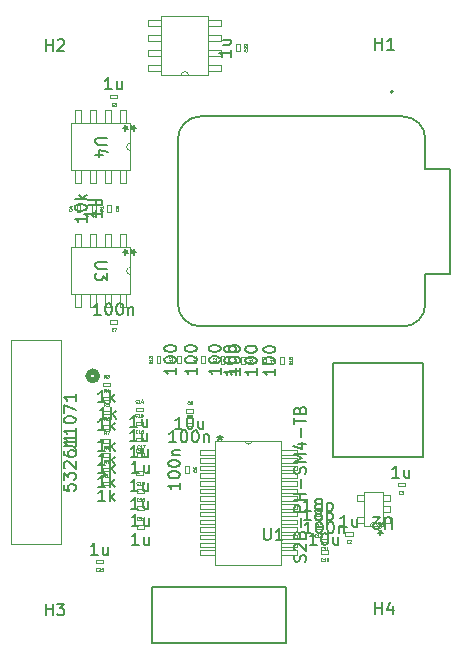
<source format=gbr>
%TF.GenerationSoftware,KiCad,Pcbnew,8.0.7*%
%TF.CreationDate,2025-01-13T12:12:40+05:30*%
%TF.ProjectId,STHDAQ_BX,53544844-4151-45f4-9258-2e6b69636164,rev?*%
%TF.SameCoordinates,Original*%
%TF.FileFunction,AssemblyDrawing,Top*%
%FSLAX46Y46*%
G04 Gerber Fmt 4.6, Leading zero omitted, Abs format (unit mm)*
G04 Created by KiCad (PCBNEW 8.0.7) date 2025-01-13 12:12:40*
%MOMM*%
%LPD*%
G01*
G04 APERTURE LIST*
%ADD10C,0.150000*%
%ADD11C,0.040000*%
%ADD12C,0.100000*%
%ADD13C,0.127000*%
%ADD14C,0.025400*%
%ADD15C,0.508000*%
%ADD16C,0.200000*%
G04 APERTURE END LIST*
D10*
X195206492Y-127906072D02*
X195254123Y-127763177D01*
X195254123Y-127763177D02*
X195254123Y-127525018D01*
X195254123Y-127525018D02*
X195206492Y-127429754D01*
X195206492Y-127429754D02*
X195158860Y-127382122D01*
X195158860Y-127382122D02*
X195063596Y-127334491D01*
X195063596Y-127334491D02*
X194968332Y-127334491D01*
X194968332Y-127334491D02*
X194873069Y-127382122D01*
X194873069Y-127382122D02*
X194825437Y-127429754D01*
X194825437Y-127429754D02*
X194777805Y-127525018D01*
X194777805Y-127525018D02*
X194730173Y-127715545D01*
X194730173Y-127715545D02*
X194682542Y-127810809D01*
X194682542Y-127810809D02*
X194634910Y-127858440D01*
X194634910Y-127858440D02*
X194539646Y-127906072D01*
X194539646Y-127906072D02*
X194444383Y-127906072D01*
X194444383Y-127906072D02*
X194349119Y-127858440D01*
X194349119Y-127858440D02*
X194301487Y-127810809D01*
X194301487Y-127810809D02*
X194253855Y-127715545D01*
X194253855Y-127715545D02*
X194253855Y-127477386D01*
X194253855Y-127477386D02*
X194301487Y-127334491D01*
X194349119Y-126953436D02*
X194301487Y-126905804D01*
X194301487Y-126905804D02*
X194253855Y-126810541D01*
X194253855Y-126810541D02*
X194253855Y-126572382D01*
X194253855Y-126572382D02*
X194301487Y-126477118D01*
X194301487Y-126477118D02*
X194349119Y-126429486D01*
X194349119Y-126429486D02*
X194444383Y-126381855D01*
X194444383Y-126381855D02*
X194539646Y-126381855D01*
X194539646Y-126381855D02*
X194682542Y-126429486D01*
X194682542Y-126429486D02*
X195254123Y-127001068D01*
X195254123Y-127001068D02*
X195254123Y-126381855D01*
X194730173Y-125619746D02*
X194777805Y-125476850D01*
X194777805Y-125476850D02*
X194825437Y-125429219D01*
X194825437Y-125429219D02*
X194920701Y-125381587D01*
X194920701Y-125381587D02*
X195063596Y-125381587D01*
X195063596Y-125381587D02*
X195158860Y-125429219D01*
X195158860Y-125429219D02*
X195206492Y-125476850D01*
X195206492Y-125476850D02*
X195254123Y-125572114D01*
X195254123Y-125572114D02*
X195254123Y-125953168D01*
X195254123Y-125953168D02*
X194253855Y-125953168D01*
X194253855Y-125953168D02*
X194253855Y-125619746D01*
X194253855Y-125619746D02*
X194301487Y-125524482D01*
X194301487Y-125524482D02*
X194349119Y-125476850D01*
X194349119Y-125476850D02*
X194444383Y-125429219D01*
X194444383Y-125429219D02*
X194539646Y-125429219D01*
X194539646Y-125429219D02*
X194634910Y-125476850D01*
X194634910Y-125476850D02*
X194682542Y-125524482D01*
X194682542Y-125524482D02*
X194730173Y-125619746D01*
X194730173Y-125619746D02*
X194730173Y-125953168D01*
X194873069Y-124952900D02*
X194873069Y-124190792D01*
X195254123Y-123714473D02*
X194253855Y-123714473D01*
X194253855Y-123714473D02*
X194253855Y-123333419D01*
X194253855Y-123333419D02*
X194301487Y-123238155D01*
X194301487Y-123238155D02*
X194349119Y-123190524D01*
X194349119Y-123190524D02*
X194444383Y-123142892D01*
X194444383Y-123142892D02*
X194587278Y-123142892D01*
X194587278Y-123142892D02*
X194682542Y-123190524D01*
X194682542Y-123190524D02*
X194730173Y-123238155D01*
X194730173Y-123238155D02*
X194777805Y-123333419D01*
X194777805Y-123333419D02*
X194777805Y-123714473D01*
X195254123Y-122714205D02*
X194253855Y-122714205D01*
X194730173Y-122714205D02*
X194730173Y-122142624D01*
X195254123Y-122142624D02*
X194253855Y-122142624D01*
X194873069Y-121666305D02*
X194873069Y-120904197D01*
X195206492Y-120475510D02*
X195254123Y-120332615D01*
X195254123Y-120332615D02*
X195254123Y-120094456D01*
X195254123Y-120094456D02*
X195206492Y-119999192D01*
X195206492Y-119999192D02*
X195158860Y-119951560D01*
X195158860Y-119951560D02*
X195063596Y-119903929D01*
X195063596Y-119903929D02*
X194968332Y-119903929D01*
X194968332Y-119903929D02*
X194873069Y-119951560D01*
X194873069Y-119951560D02*
X194825437Y-119999192D01*
X194825437Y-119999192D02*
X194777805Y-120094456D01*
X194777805Y-120094456D02*
X194730173Y-120284983D01*
X194730173Y-120284983D02*
X194682542Y-120380247D01*
X194682542Y-120380247D02*
X194634910Y-120427878D01*
X194634910Y-120427878D02*
X194539646Y-120475510D01*
X194539646Y-120475510D02*
X194444383Y-120475510D01*
X194444383Y-120475510D02*
X194349119Y-120427878D01*
X194349119Y-120427878D02*
X194301487Y-120380247D01*
X194301487Y-120380247D02*
X194253855Y-120284983D01*
X194253855Y-120284983D02*
X194253855Y-120046824D01*
X194253855Y-120046824D02*
X194301487Y-119903929D01*
X195254123Y-119475242D02*
X194253855Y-119475242D01*
X194253855Y-119475242D02*
X194968332Y-119141820D01*
X194968332Y-119141820D02*
X194253855Y-118808397D01*
X194253855Y-118808397D02*
X195254123Y-118808397D01*
X194587278Y-117903393D02*
X195254123Y-117903393D01*
X194206224Y-118141552D02*
X194920701Y-118379711D01*
X194920701Y-118379711D02*
X194920701Y-117760498D01*
X194873069Y-117379443D02*
X194873069Y-116617335D01*
X194253855Y-116283912D02*
X194253855Y-115712330D01*
X195254123Y-115998121D02*
X194253855Y-115998121D01*
X194730173Y-115045485D02*
X194777805Y-114902589D01*
X194777805Y-114902589D02*
X194825437Y-114854958D01*
X194825437Y-114854958D02*
X194920701Y-114807326D01*
X194920701Y-114807326D02*
X195063596Y-114807326D01*
X195063596Y-114807326D02*
X195158860Y-114854958D01*
X195158860Y-114854958D02*
X195206492Y-114902589D01*
X195206492Y-114902589D02*
X195254123Y-114997853D01*
X195254123Y-114997853D02*
X195254123Y-115378907D01*
X195254123Y-115378907D02*
X194253855Y-115378907D01*
X194253855Y-115378907D02*
X194253855Y-115045485D01*
X194253855Y-115045485D02*
X194301487Y-114950221D01*
X194301487Y-114950221D02*
X194349119Y-114902589D01*
X194349119Y-114902589D02*
X194444383Y-114854958D01*
X194444383Y-114854958D02*
X194539646Y-114854958D01*
X194539646Y-114854958D02*
X194634910Y-114902589D01*
X194634910Y-114902589D02*
X194682542Y-114950221D01*
X194682542Y-114950221D02*
X194730173Y-115045485D01*
X194730173Y-115045485D02*
X194730173Y-115378907D01*
X201138095Y-132354819D02*
X201138095Y-131354819D01*
X201138095Y-131831009D02*
X201709523Y-131831009D01*
X201709523Y-132354819D02*
X201709523Y-131354819D01*
X202614285Y-131688152D02*
X202614285Y-132354819D01*
X202376190Y-131307200D02*
X202138095Y-132021485D01*
X202138095Y-132021485D02*
X202757142Y-132021485D01*
X173238095Y-132454819D02*
X173238095Y-131454819D01*
X173238095Y-131931009D02*
X173809523Y-131931009D01*
X173809523Y-132454819D02*
X173809523Y-131454819D01*
X174190476Y-131454819D02*
X174809523Y-131454819D01*
X174809523Y-131454819D02*
X174476190Y-131835771D01*
X174476190Y-131835771D02*
X174619047Y-131835771D01*
X174619047Y-131835771D02*
X174714285Y-131883390D01*
X174714285Y-131883390D02*
X174761904Y-131931009D01*
X174761904Y-131931009D02*
X174809523Y-132026247D01*
X174809523Y-132026247D02*
X174809523Y-132264342D01*
X174809523Y-132264342D02*
X174761904Y-132359580D01*
X174761904Y-132359580D02*
X174714285Y-132407200D01*
X174714285Y-132407200D02*
X174619047Y-132454819D01*
X174619047Y-132454819D02*
X174333333Y-132454819D01*
X174333333Y-132454819D02*
X174238095Y-132407200D01*
X174238095Y-132407200D02*
X174190476Y-132359580D01*
X173238095Y-84654819D02*
X173238095Y-83654819D01*
X173238095Y-84131009D02*
X173809523Y-84131009D01*
X173809523Y-84654819D02*
X173809523Y-83654819D01*
X174238095Y-83750057D02*
X174285714Y-83702438D01*
X174285714Y-83702438D02*
X174380952Y-83654819D01*
X174380952Y-83654819D02*
X174619047Y-83654819D01*
X174619047Y-83654819D02*
X174714285Y-83702438D01*
X174714285Y-83702438D02*
X174761904Y-83750057D01*
X174761904Y-83750057D02*
X174809523Y-83845295D01*
X174809523Y-83845295D02*
X174809523Y-83940533D01*
X174809523Y-83940533D02*
X174761904Y-84083390D01*
X174761904Y-84083390D02*
X174190476Y-84654819D01*
X174190476Y-84654819D02*
X174809523Y-84654819D01*
X201138095Y-84554819D02*
X201138095Y-83554819D01*
X201138095Y-84031009D02*
X201709523Y-84031009D01*
X201709523Y-84554819D02*
X201709523Y-83554819D01*
X202709523Y-84554819D02*
X202138095Y-84554819D01*
X202423809Y-84554819D02*
X202423809Y-83554819D01*
X202423809Y-83554819D02*
X202328571Y-83697676D01*
X202328571Y-83697676D02*
X202233333Y-83792914D01*
X202233333Y-83792914D02*
X202138095Y-83840533D01*
X201566099Y-125610980D02*
X201566099Y-125372885D01*
X201804194Y-125468123D02*
X201566099Y-125372885D01*
X201566099Y-125372885D02*
X201328004Y-125468123D01*
X201708956Y-125182409D02*
X201566099Y-125372885D01*
X201566099Y-125372885D02*
X201423242Y-125182409D01*
X202508353Y-125125181D02*
X202508353Y-124315658D01*
X202508353Y-124315658D02*
X202460734Y-124220420D01*
X202460734Y-124220420D02*
X202413115Y-124172801D01*
X202413115Y-124172801D02*
X202317877Y-124125181D01*
X202317877Y-124125181D02*
X202127401Y-124125181D01*
X202127401Y-124125181D02*
X202032163Y-124172801D01*
X202032163Y-124172801D02*
X201984544Y-124220420D01*
X201984544Y-124220420D02*
X201936925Y-124315658D01*
X201936925Y-124315658D02*
X201936925Y-125125181D01*
X201508353Y-125029943D02*
X201460734Y-125077562D01*
X201460734Y-125077562D02*
X201365496Y-125125181D01*
X201365496Y-125125181D02*
X201127401Y-125125181D01*
X201127401Y-125125181D02*
X201032163Y-125077562D01*
X201032163Y-125077562D02*
X200984544Y-125029943D01*
X200984544Y-125029943D02*
X200936925Y-124934705D01*
X200936925Y-124934705D02*
X200936925Y-124839467D01*
X200936925Y-124839467D02*
X200984544Y-124696610D01*
X200984544Y-124696610D02*
X201555972Y-124125181D01*
X201555972Y-124125181D02*
X200936925Y-124125181D01*
X201566100Y-124520619D02*
X201566100Y-124758714D01*
X201328005Y-124663476D02*
X201566100Y-124758714D01*
X201566100Y-124758714D02*
X201804195Y-124663476D01*
X201423243Y-124949190D02*
X201566100Y-124758714D01*
X201566100Y-124758714D02*
X201708957Y-124949190D01*
X184274819Y-111476666D02*
X184274819Y-112048094D01*
X184274819Y-111762380D02*
X183274819Y-111762380D01*
X183274819Y-111762380D02*
X183417676Y-111857618D01*
X183417676Y-111857618D02*
X183512914Y-111952856D01*
X183512914Y-111952856D02*
X183560533Y-112048094D01*
X183274819Y-110857618D02*
X183274819Y-110762380D01*
X183274819Y-110762380D02*
X183322438Y-110667142D01*
X183322438Y-110667142D02*
X183370057Y-110619523D01*
X183370057Y-110619523D02*
X183465295Y-110571904D01*
X183465295Y-110571904D02*
X183655771Y-110524285D01*
X183655771Y-110524285D02*
X183893866Y-110524285D01*
X183893866Y-110524285D02*
X184084342Y-110571904D01*
X184084342Y-110571904D02*
X184179580Y-110619523D01*
X184179580Y-110619523D02*
X184227200Y-110667142D01*
X184227200Y-110667142D02*
X184274819Y-110762380D01*
X184274819Y-110762380D02*
X184274819Y-110857618D01*
X184274819Y-110857618D02*
X184227200Y-110952856D01*
X184227200Y-110952856D02*
X184179580Y-111000475D01*
X184179580Y-111000475D02*
X184084342Y-111048094D01*
X184084342Y-111048094D02*
X183893866Y-111095713D01*
X183893866Y-111095713D02*
X183655771Y-111095713D01*
X183655771Y-111095713D02*
X183465295Y-111048094D01*
X183465295Y-111048094D02*
X183370057Y-111000475D01*
X183370057Y-111000475D02*
X183322438Y-110952856D01*
X183322438Y-110952856D02*
X183274819Y-110857618D01*
X183274819Y-109905237D02*
X183274819Y-109809999D01*
X183274819Y-109809999D02*
X183322438Y-109714761D01*
X183322438Y-109714761D02*
X183370057Y-109667142D01*
X183370057Y-109667142D02*
X183465295Y-109619523D01*
X183465295Y-109619523D02*
X183655771Y-109571904D01*
X183655771Y-109571904D02*
X183893866Y-109571904D01*
X183893866Y-109571904D02*
X184084342Y-109619523D01*
X184084342Y-109619523D02*
X184179580Y-109667142D01*
X184179580Y-109667142D02*
X184227200Y-109714761D01*
X184227200Y-109714761D02*
X184274819Y-109809999D01*
X184274819Y-109809999D02*
X184274819Y-109905237D01*
X184274819Y-109905237D02*
X184227200Y-110000475D01*
X184227200Y-110000475D02*
X184179580Y-110048094D01*
X184179580Y-110048094D02*
X184084342Y-110095713D01*
X184084342Y-110095713D02*
X183893866Y-110143332D01*
X183893866Y-110143332D02*
X183655771Y-110143332D01*
X183655771Y-110143332D02*
X183465295Y-110095713D01*
X183465295Y-110095713D02*
X183370057Y-110048094D01*
X183370057Y-110048094D02*
X183322438Y-110000475D01*
X183322438Y-110000475D02*
X183274819Y-109905237D01*
D11*
X182203574Y-110970714D02*
X182084527Y-111054047D01*
X182203574Y-111113571D02*
X181953574Y-111113571D01*
X181953574Y-111113571D02*
X181953574Y-111018333D01*
X181953574Y-111018333D02*
X181965479Y-110994523D01*
X181965479Y-110994523D02*
X181977384Y-110982618D01*
X181977384Y-110982618D02*
X182001193Y-110970714D01*
X182001193Y-110970714D02*
X182036908Y-110970714D01*
X182036908Y-110970714D02*
X182060717Y-110982618D01*
X182060717Y-110982618D02*
X182072622Y-110994523D01*
X182072622Y-110994523D02*
X182084527Y-111018333D01*
X182084527Y-111018333D02*
X182084527Y-111113571D01*
X182203574Y-110732618D02*
X182203574Y-110875475D01*
X182203574Y-110804047D02*
X181953574Y-110804047D01*
X181953574Y-110804047D02*
X181989289Y-110827856D01*
X181989289Y-110827856D02*
X182013098Y-110851666D01*
X182013098Y-110851666D02*
X182025003Y-110875475D01*
X181953574Y-110649285D02*
X181953574Y-110494523D01*
X181953574Y-110494523D02*
X182048812Y-110577857D01*
X182048812Y-110577857D02*
X182048812Y-110542142D01*
X182048812Y-110542142D02*
X182060717Y-110518333D01*
X182060717Y-110518333D02*
X182072622Y-110506428D01*
X182072622Y-110506428D02*
X182096431Y-110494523D01*
X182096431Y-110494523D02*
X182155955Y-110494523D01*
X182155955Y-110494523D02*
X182179765Y-110506428D01*
X182179765Y-110506428D02*
X182191670Y-110518333D01*
X182191670Y-110518333D02*
X182203574Y-110542142D01*
X182203574Y-110542142D02*
X182203574Y-110613571D01*
X182203574Y-110613571D02*
X182191670Y-110637380D01*
X182191670Y-110637380D02*
X182179765Y-110649285D01*
D10*
X178270952Y-120394819D02*
X177699524Y-120394819D01*
X177985238Y-120394819D02*
X177985238Y-119394819D01*
X177985238Y-119394819D02*
X177890000Y-119537676D01*
X177890000Y-119537676D02*
X177794762Y-119632914D01*
X177794762Y-119632914D02*
X177699524Y-119680533D01*
X178699524Y-120394819D02*
X178699524Y-119394819D01*
X178794762Y-120013866D02*
X179080476Y-120394819D01*
X179080476Y-119728152D02*
X178699524Y-120109104D01*
D11*
X178348333Y-118323574D02*
X178265000Y-118204527D01*
X178205476Y-118323574D02*
X178205476Y-118073574D01*
X178205476Y-118073574D02*
X178300714Y-118073574D01*
X178300714Y-118073574D02*
X178324524Y-118085479D01*
X178324524Y-118085479D02*
X178336429Y-118097384D01*
X178336429Y-118097384D02*
X178348333Y-118121193D01*
X178348333Y-118121193D02*
X178348333Y-118156908D01*
X178348333Y-118156908D02*
X178336429Y-118180717D01*
X178336429Y-118180717D02*
X178324524Y-118192622D01*
X178324524Y-118192622D02*
X178300714Y-118204527D01*
X178300714Y-118204527D02*
X178205476Y-118204527D01*
X178491191Y-118180717D02*
X178467381Y-118168812D01*
X178467381Y-118168812D02*
X178455476Y-118156908D01*
X178455476Y-118156908D02*
X178443572Y-118133098D01*
X178443572Y-118133098D02*
X178443572Y-118121193D01*
X178443572Y-118121193D02*
X178455476Y-118097384D01*
X178455476Y-118097384D02*
X178467381Y-118085479D01*
X178467381Y-118085479D02*
X178491191Y-118073574D01*
X178491191Y-118073574D02*
X178538810Y-118073574D01*
X178538810Y-118073574D02*
X178562619Y-118085479D01*
X178562619Y-118085479D02*
X178574524Y-118097384D01*
X178574524Y-118097384D02*
X178586429Y-118121193D01*
X178586429Y-118121193D02*
X178586429Y-118133098D01*
X178586429Y-118133098D02*
X178574524Y-118156908D01*
X178574524Y-118156908D02*
X178562619Y-118168812D01*
X178562619Y-118168812D02*
X178538810Y-118180717D01*
X178538810Y-118180717D02*
X178491191Y-118180717D01*
X178491191Y-118180717D02*
X178467381Y-118192622D01*
X178467381Y-118192622D02*
X178455476Y-118204527D01*
X178455476Y-118204527D02*
X178443572Y-118228336D01*
X178443572Y-118228336D02*
X178443572Y-118275955D01*
X178443572Y-118275955D02*
X178455476Y-118299765D01*
X178455476Y-118299765D02*
X178467381Y-118311670D01*
X178467381Y-118311670D02*
X178491191Y-118323574D01*
X178491191Y-118323574D02*
X178538810Y-118323574D01*
X178538810Y-118323574D02*
X178562619Y-118311670D01*
X178562619Y-118311670D02*
X178574524Y-118299765D01*
X178574524Y-118299765D02*
X178586429Y-118275955D01*
X178586429Y-118275955D02*
X178586429Y-118228336D01*
X178586429Y-118228336D02*
X178574524Y-118204527D01*
X178574524Y-118204527D02*
X178562619Y-118192622D01*
X178562619Y-118192622D02*
X178538810Y-118180717D01*
D10*
X176704819Y-98595238D02*
X176704819Y-99166666D01*
X176704819Y-98880952D02*
X175704819Y-98880952D01*
X175704819Y-98880952D02*
X175847676Y-98976190D01*
X175847676Y-98976190D02*
X175942914Y-99071428D01*
X175942914Y-99071428D02*
X175990533Y-99166666D01*
X175704819Y-97976190D02*
X175704819Y-97880952D01*
X175704819Y-97880952D02*
X175752438Y-97785714D01*
X175752438Y-97785714D02*
X175800057Y-97738095D01*
X175800057Y-97738095D02*
X175895295Y-97690476D01*
X175895295Y-97690476D02*
X176085771Y-97642857D01*
X176085771Y-97642857D02*
X176323866Y-97642857D01*
X176323866Y-97642857D02*
X176514342Y-97690476D01*
X176514342Y-97690476D02*
X176609580Y-97738095D01*
X176609580Y-97738095D02*
X176657200Y-97785714D01*
X176657200Y-97785714D02*
X176704819Y-97880952D01*
X176704819Y-97880952D02*
X176704819Y-97976190D01*
X176704819Y-97976190D02*
X176657200Y-98071428D01*
X176657200Y-98071428D02*
X176609580Y-98119047D01*
X176609580Y-98119047D02*
X176514342Y-98166666D01*
X176514342Y-98166666D02*
X176323866Y-98214285D01*
X176323866Y-98214285D02*
X176085771Y-98214285D01*
X176085771Y-98214285D02*
X175895295Y-98166666D01*
X175895295Y-98166666D02*
X175800057Y-98119047D01*
X175800057Y-98119047D02*
X175752438Y-98071428D01*
X175752438Y-98071428D02*
X175704819Y-97976190D01*
X176704819Y-97214285D02*
X175704819Y-97214285D01*
X176323866Y-97119047D02*
X176704819Y-96833333D01*
X176038152Y-96833333D02*
X176419104Y-97214285D01*
D11*
X178093574Y-98041666D02*
X177974527Y-98124999D01*
X178093574Y-98184523D02*
X177843574Y-98184523D01*
X177843574Y-98184523D02*
X177843574Y-98089285D01*
X177843574Y-98089285D02*
X177855479Y-98065475D01*
X177855479Y-98065475D02*
X177867384Y-98053570D01*
X177867384Y-98053570D02*
X177891193Y-98041666D01*
X177891193Y-98041666D02*
X177926908Y-98041666D01*
X177926908Y-98041666D02*
X177950717Y-98053570D01*
X177950717Y-98053570D02*
X177962622Y-98065475D01*
X177962622Y-98065475D02*
X177974527Y-98089285D01*
X177974527Y-98089285D02*
X177974527Y-98184523D01*
X178093574Y-97803570D02*
X178093574Y-97946427D01*
X178093574Y-97874999D02*
X177843574Y-97874999D01*
X177843574Y-97874999D02*
X177879289Y-97898808D01*
X177879289Y-97898808D02*
X177903098Y-97922618D01*
X177903098Y-97922618D02*
X177915003Y-97946427D01*
D10*
X184268452Y-117794819D02*
X183697024Y-117794819D01*
X183982738Y-117794819D02*
X183982738Y-116794819D01*
X183982738Y-116794819D02*
X183887500Y-116937676D01*
X183887500Y-116937676D02*
X183792262Y-117032914D01*
X183792262Y-117032914D02*
X183697024Y-117080533D01*
X184887500Y-116794819D02*
X184982738Y-116794819D01*
X184982738Y-116794819D02*
X185077976Y-116842438D01*
X185077976Y-116842438D02*
X185125595Y-116890057D01*
X185125595Y-116890057D02*
X185173214Y-116985295D01*
X185173214Y-116985295D02*
X185220833Y-117175771D01*
X185220833Y-117175771D02*
X185220833Y-117413866D01*
X185220833Y-117413866D02*
X185173214Y-117604342D01*
X185173214Y-117604342D02*
X185125595Y-117699580D01*
X185125595Y-117699580D02*
X185077976Y-117747200D01*
X185077976Y-117747200D02*
X184982738Y-117794819D01*
X184982738Y-117794819D02*
X184887500Y-117794819D01*
X184887500Y-117794819D02*
X184792262Y-117747200D01*
X184792262Y-117747200D02*
X184744643Y-117699580D01*
X184744643Y-117699580D02*
X184697024Y-117604342D01*
X184697024Y-117604342D02*
X184649405Y-117413866D01*
X184649405Y-117413866D02*
X184649405Y-117175771D01*
X184649405Y-117175771D02*
X184697024Y-116985295D01*
X184697024Y-116985295D02*
X184744643Y-116890057D01*
X184744643Y-116890057D02*
X184792262Y-116842438D01*
X184792262Y-116842438D02*
X184887500Y-116794819D01*
X185839881Y-116794819D02*
X185935119Y-116794819D01*
X185935119Y-116794819D02*
X186030357Y-116842438D01*
X186030357Y-116842438D02*
X186077976Y-116890057D01*
X186077976Y-116890057D02*
X186125595Y-116985295D01*
X186125595Y-116985295D02*
X186173214Y-117175771D01*
X186173214Y-117175771D02*
X186173214Y-117413866D01*
X186173214Y-117413866D02*
X186125595Y-117604342D01*
X186125595Y-117604342D02*
X186077976Y-117699580D01*
X186077976Y-117699580D02*
X186030357Y-117747200D01*
X186030357Y-117747200D02*
X185935119Y-117794819D01*
X185935119Y-117794819D02*
X185839881Y-117794819D01*
X185839881Y-117794819D02*
X185744643Y-117747200D01*
X185744643Y-117747200D02*
X185697024Y-117699580D01*
X185697024Y-117699580D02*
X185649405Y-117604342D01*
X185649405Y-117604342D02*
X185601786Y-117413866D01*
X185601786Y-117413866D02*
X185601786Y-117175771D01*
X185601786Y-117175771D02*
X185649405Y-116985295D01*
X185649405Y-116985295D02*
X185697024Y-116890057D01*
X185697024Y-116890057D02*
X185744643Y-116842438D01*
X185744643Y-116842438D02*
X185839881Y-116794819D01*
X186601786Y-117128152D02*
X186601786Y-117794819D01*
X186601786Y-117223390D02*
X186649405Y-117175771D01*
X186649405Y-117175771D02*
X186744643Y-117128152D01*
X186744643Y-117128152D02*
X186887500Y-117128152D01*
X186887500Y-117128152D02*
X186982738Y-117175771D01*
X186982738Y-117175771D02*
X187030357Y-117271009D01*
X187030357Y-117271009D02*
X187030357Y-117794819D01*
D11*
X185345833Y-115699765D02*
X185333929Y-115711670D01*
X185333929Y-115711670D02*
X185298214Y-115723574D01*
X185298214Y-115723574D02*
X185274405Y-115723574D01*
X185274405Y-115723574D02*
X185238691Y-115711670D01*
X185238691Y-115711670D02*
X185214881Y-115687860D01*
X185214881Y-115687860D02*
X185202976Y-115664050D01*
X185202976Y-115664050D02*
X185191072Y-115616431D01*
X185191072Y-115616431D02*
X185191072Y-115580717D01*
X185191072Y-115580717D02*
X185202976Y-115533098D01*
X185202976Y-115533098D02*
X185214881Y-115509289D01*
X185214881Y-115509289D02*
X185238691Y-115485479D01*
X185238691Y-115485479D02*
X185274405Y-115473574D01*
X185274405Y-115473574D02*
X185298214Y-115473574D01*
X185298214Y-115473574D02*
X185333929Y-115485479D01*
X185333929Y-115485479D02*
X185345833Y-115497384D01*
X185464881Y-115723574D02*
X185512500Y-115723574D01*
X185512500Y-115723574D02*
X185536310Y-115711670D01*
X185536310Y-115711670D02*
X185548214Y-115699765D01*
X185548214Y-115699765D02*
X185572024Y-115664050D01*
X185572024Y-115664050D02*
X185583929Y-115616431D01*
X185583929Y-115616431D02*
X185583929Y-115521193D01*
X185583929Y-115521193D02*
X185572024Y-115497384D01*
X185572024Y-115497384D02*
X185560119Y-115485479D01*
X185560119Y-115485479D02*
X185536310Y-115473574D01*
X185536310Y-115473574D02*
X185488691Y-115473574D01*
X185488691Y-115473574D02*
X185464881Y-115485479D01*
X185464881Y-115485479D02*
X185452976Y-115497384D01*
X185452976Y-115497384D02*
X185441072Y-115521193D01*
X185441072Y-115521193D02*
X185441072Y-115580717D01*
X185441072Y-115580717D02*
X185452976Y-115604527D01*
X185452976Y-115604527D02*
X185464881Y-115616431D01*
X185464881Y-115616431D02*
X185488691Y-115628336D01*
X185488691Y-115628336D02*
X185536310Y-115628336D01*
X185536310Y-115628336D02*
X185560119Y-115616431D01*
X185560119Y-115616431D02*
X185572024Y-115604527D01*
X185572024Y-115604527D02*
X185583929Y-115580717D01*
D10*
X203153333Y-120784819D02*
X202581905Y-120784819D01*
X202867619Y-120784819D02*
X202867619Y-119784819D01*
X202867619Y-119784819D02*
X202772381Y-119927676D01*
X202772381Y-119927676D02*
X202677143Y-120022914D01*
X202677143Y-120022914D02*
X202581905Y-120070533D01*
X204010476Y-120118152D02*
X204010476Y-120784819D01*
X203581905Y-120118152D02*
X203581905Y-120641961D01*
X203581905Y-120641961D02*
X203629524Y-120737200D01*
X203629524Y-120737200D02*
X203724762Y-120784819D01*
X203724762Y-120784819D02*
X203867619Y-120784819D01*
X203867619Y-120784819D02*
X203962857Y-120737200D01*
X203962857Y-120737200D02*
X204010476Y-120689580D01*
D11*
X203278333Y-122149765D02*
X203266429Y-122161670D01*
X203266429Y-122161670D02*
X203230714Y-122173574D01*
X203230714Y-122173574D02*
X203206905Y-122173574D01*
X203206905Y-122173574D02*
X203171191Y-122161670D01*
X203171191Y-122161670D02*
X203147381Y-122137860D01*
X203147381Y-122137860D02*
X203135476Y-122114050D01*
X203135476Y-122114050D02*
X203123572Y-122066431D01*
X203123572Y-122066431D02*
X203123572Y-122030717D01*
X203123572Y-122030717D02*
X203135476Y-121983098D01*
X203135476Y-121983098D02*
X203147381Y-121959289D01*
X203147381Y-121959289D02*
X203171191Y-121935479D01*
X203171191Y-121935479D02*
X203206905Y-121923574D01*
X203206905Y-121923574D02*
X203230714Y-121923574D01*
X203230714Y-121923574D02*
X203266429Y-121935479D01*
X203266429Y-121935479D02*
X203278333Y-121947384D01*
X203516429Y-122173574D02*
X203373572Y-122173574D01*
X203445000Y-122173574D02*
X203445000Y-121923574D01*
X203445000Y-121923574D02*
X203421191Y-121959289D01*
X203421191Y-121959289D02*
X203397381Y-121983098D01*
X203397381Y-121983098D02*
X203373572Y-121995003D01*
D10*
X177880952Y-107004819D02*
X177309524Y-107004819D01*
X177595238Y-107004819D02*
X177595238Y-106004819D01*
X177595238Y-106004819D02*
X177500000Y-106147676D01*
X177500000Y-106147676D02*
X177404762Y-106242914D01*
X177404762Y-106242914D02*
X177309524Y-106290533D01*
X178500000Y-106004819D02*
X178595238Y-106004819D01*
X178595238Y-106004819D02*
X178690476Y-106052438D01*
X178690476Y-106052438D02*
X178738095Y-106100057D01*
X178738095Y-106100057D02*
X178785714Y-106195295D01*
X178785714Y-106195295D02*
X178833333Y-106385771D01*
X178833333Y-106385771D02*
X178833333Y-106623866D01*
X178833333Y-106623866D02*
X178785714Y-106814342D01*
X178785714Y-106814342D02*
X178738095Y-106909580D01*
X178738095Y-106909580D02*
X178690476Y-106957200D01*
X178690476Y-106957200D02*
X178595238Y-107004819D01*
X178595238Y-107004819D02*
X178500000Y-107004819D01*
X178500000Y-107004819D02*
X178404762Y-106957200D01*
X178404762Y-106957200D02*
X178357143Y-106909580D01*
X178357143Y-106909580D02*
X178309524Y-106814342D01*
X178309524Y-106814342D02*
X178261905Y-106623866D01*
X178261905Y-106623866D02*
X178261905Y-106385771D01*
X178261905Y-106385771D02*
X178309524Y-106195295D01*
X178309524Y-106195295D02*
X178357143Y-106100057D01*
X178357143Y-106100057D02*
X178404762Y-106052438D01*
X178404762Y-106052438D02*
X178500000Y-106004819D01*
X179452381Y-106004819D02*
X179547619Y-106004819D01*
X179547619Y-106004819D02*
X179642857Y-106052438D01*
X179642857Y-106052438D02*
X179690476Y-106100057D01*
X179690476Y-106100057D02*
X179738095Y-106195295D01*
X179738095Y-106195295D02*
X179785714Y-106385771D01*
X179785714Y-106385771D02*
X179785714Y-106623866D01*
X179785714Y-106623866D02*
X179738095Y-106814342D01*
X179738095Y-106814342D02*
X179690476Y-106909580D01*
X179690476Y-106909580D02*
X179642857Y-106957200D01*
X179642857Y-106957200D02*
X179547619Y-107004819D01*
X179547619Y-107004819D02*
X179452381Y-107004819D01*
X179452381Y-107004819D02*
X179357143Y-106957200D01*
X179357143Y-106957200D02*
X179309524Y-106909580D01*
X179309524Y-106909580D02*
X179261905Y-106814342D01*
X179261905Y-106814342D02*
X179214286Y-106623866D01*
X179214286Y-106623866D02*
X179214286Y-106385771D01*
X179214286Y-106385771D02*
X179261905Y-106195295D01*
X179261905Y-106195295D02*
X179309524Y-106100057D01*
X179309524Y-106100057D02*
X179357143Y-106052438D01*
X179357143Y-106052438D02*
X179452381Y-106004819D01*
X180214286Y-106338152D02*
X180214286Y-107004819D01*
X180214286Y-106433390D02*
X180261905Y-106385771D01*
X180261905Y-106385771D02*
X180357143Y-106338152D01*
X180357143Y-106338152D02*
X180500000Y-106338152D01*
X180500000Y-106338152D02*
X180595238Y-106385771D01*
X180595238Y-106385771D02*
X180642857Y-106481009D01*
X180642857Y-106481009D02*
X180642857Y-107004819D01*
D11*
X178958333Y-108369765D02*
X178946429Y-108381670D01*
X178946429Y-108381670D02*
X178910714Y-108393574D01*
X178910714Y-108393574D02*
X178886905Y-108393574D01*
X178886905Y-108393574D02*
X178851191Y-108381670D01*
X178851191Y-108381670D02*
X178827381Y-108357860D01*
X178827381Y-108357860D02*
X178815476Y-108334050D01*
X178815476Y-108334050D02*
X178803572Y-108286431D01*
X178803572Y-108286431D02*
X178803572Y-108250717D01*
X178803572Y-108250717D02*
X178815476Y-108203098D01*
X178815476Y-108203098D02*
X178827381Y-108179289D01*
X178827381Y-108179289D02*
X178851191Y-108155479D01*
X178851191Y-108155479D02*
X178886905Y-108143574D01*
X178886905Y-108143574D02*
X178910714Y-108143574D01*
X178910714Y-108143574D02*
X178946429Y-108155479D01*
X178946429Y-108155479D02*
X178958333Y-108167384D01*
X179041667Y-108143574D02*
X179208333Y-108143574D01*
X179208333Y-108143574D02*
X179101191Y-108393574D01*
D10*
X184779642Y-116644819D02*
X184208214Y-116644819D01*
X184493928Y-116644819D02*
X184493928Y-115644819D01*
X184493928Y-115644819D02*
X184398690Y-115787676D01*
X184398690Y-115787676D02*
X184303452Y-115882914D01*
X184303452Y-115882914D02*
X184208214Y-115930533D01*
X185398690Y-115644819D02*
X185493928Y-115644819D01*
X185493928Y-115644819D02*
X185589166Y-115692438D01*
X185589166Y-115692438D02*
X185636785Y-115740057D01*
X185636785Y-115740057D02*
X185684404Y-115835295D01*
X185684404Y-115835295D02*
X185732023Y-116025771D01*
X185732023Y-116025771D02*
X185732023Y-116263866D01*
X185732023Y-116263866D02*
X185684404Y-116454342D01*
X185684404Y-116454342D02*
X185636785Y-116549580D01*
X185636785Y-116549580D02*
X185589166Y-116597200D01*
X185589166Y-116597200D02*
X185493928Y-116644819D01*
X185493928Y-116644819D02*
X185398690Y-116644819D01*
X185398690Y-116644819D02*
X185303452Y-116597200D01*
X185303452Y-116597200D02*
X185255833Y-116549580D01*
X185255833Y-116549580D02*
X185208214Y-116454342D01*
X185208214Y-116454342D02*
X185160595Y-116263866D01*
X185160595Y-116263866D02*
X185160595Y-116025771D01*
X185160595Y-116025771D02*
X185208214Y-115835295D01*
X185208214Y-115835295D02*
X185255833Y-115740057D01*
X185255833Y-115740057D02*
X185303452Y-115692438D01*
X185303452Y-115692438D02*
X185398690Y-115644819D01*
X186589166Y-115978152D02*
X186589166Y-116644819D01*
X186160595Y-115978152D02*
X186160595Y-116501961D01*
X186160595Y-116501961D02*
X186208214Y-116597200D01*
X186208214Y-116597200D02*
X186303452Y-116644819D01*
X186303452Y-116644819D02*
X186446309Y-116644819D01*
X186446309Y-116644819D02*
X186541547Y-116597200D01*
X186541547Y-116597200D02*
X186589166Y-116549580D01*
D11*
X185380833Y-114549765D02*
X185368929Y-114561670D01*
X185368929Y-114561670D02*
X185333214Y-114573574D01*
X185333214Y-114573574D02*
X185309405Y-114573574D01*
X185309405Y-114573574D02*
X185273691Y-114561670D01*
X185273691Y-114561670D02*
X185249881Y-114537860D01*
X185249881Y-114537860D02*
X185237976Y-114514050D01*
X185237976Y-114514050D02*
X185226072Y-114466431D01*
X185226072Y-114466431D02*
X185226072Y-114430717D01*
X185226072Y-114430717D02*
X185237976Y-114383098D01*
X185237976Y-114383098D02*
X185249881Y-114359289D01*
X185249881Y-114359289D02*
X185273691Y-114335479D01*
X185273691Y-114335479D02*
X185309405Y-114323574D01*
X185309405Y-114323574D02*
X185333214Y-114323574D01*
X185333214Y-114323574D02*
X185368929Y-114335479D01*
X185368929Y-114335479D02*
X185380833Y-114347384D01*
X185523691Y-114430717D02*
X185499881Y-114418812D01*
X185499881Y-114418812D02*
X185487976Y-114406908D01*
X185487976Y-114406908D02*
X185476072Y-114383098D01*
X185476072Y-114383098D02*
X185476072Y-114371193D01*
X185476072Y-114371193D02*
X185487976Y-114347384D01*
X185487976Y-114347384D02*
X185499881Y-114335479D01*
X185499881Y-114335479D02*
X185523691Y-114323574D01*
X185523691Y-114323574D02*
X185571310Y-114323574D01*
X185571310Y-114323574D02*
X185595119Y-114335479D01*
X185595119Y-114335479D02*
X185607024Y-114347384D01*
X185607024Y-114347384D02*
X185618929Y-114371193D01*
X185618929Y-114371193D02*
X185618929Y-114383098D01*
X185618929Y-114383098D02*
X185607024Y-114406908D01*
X185607024Y-114406908D02*
X185595119Y-114418812D01*
X185595119Y-114418812D02*
X185571310Y-114430717D01*
X185571310Y-114430717D02*
X185523691Y-114430717D01*
X185523691Y-114430717D02*
X185499881Y-114442622D01*
X185499881Y-114442622D02*
X185487976Y-114454527D01*
X185487976Y-114454527D02*
X185476072Y-114478336D01*
X185476072Y-114478336D02*
X185476072Y-114525955D01*
X185476072Y-114525955D02*
X185487976Y-114549765D01*
X185487976Y-114549765D02*
X185499881Y-114561670D01*
X185499881Y-114561670D02*
X185523691Y-114573574D01*
X185523691Y-114573574D02*
X185571310Y-114573574D01*
X185571310Y-114573574D02*
X185595119Y-114561670D01*
X185595119Y-114561670D02*
X185607024Y-114549765D01*
X185607024Y-114549765D02*
X185618929Y-114525955D01*
X185618929Y-114525955D02*
X185618929Y-114478336D01*
X185618929Y-114478336D02*
X185607024Y-114454527D01*
X185607024Y-114454527D02*
X185595119Y-114442622D01*
X185595119Y-114442622D02*
X185571310Y-114430717D01*
D10*
X192664819Y-111566666D02*
X192664819Y-112138094D01*
X192664819Y-111852380D02*
X191664819Y-111852380D01*
X191664819Y-111852380D02*
X191807676Y-111947618D01*
X191807676Y-111947618D02*
X191902914Y-112042856D01*
X191902914Y-112042856D02*
X191950533Y-112138094D01*
X191664819Y-110947618D02*
X191664819Y-110852380D01*
X191664819Y-110852380D02*
X191712438Y-110757142D01*
X191712438Y-110757142D02*
X191760057Y-110709523D01*
X191760057Y-110709523D02*
X191855295Y-110661904D01*
X191855295Y-110661904D02*
X192045771Y-110614285D01*
X192045771Y-110614285D02*
X192283866Y-110614285D01*
X192283866Y-110614285D02*
X192474342Y-110661904D01*
X192474342Y-110661904D02*
X192569580Y-110709523D01*
X192569580Y-110709523D02*
X192617200Y-110757142D01*
X192617200Y-110757142D02*
X192664819Y-110852380D01*
X192664819Y-110852380D02*
X192664819Y-110947618D01*
X192664819Y-110947618D02*
X192617200Y-111042856D01*
X192617200Y-111042856D02*
X192569580Y-111090475D01*
X192569580Y-111090475D02*
X192474342Y-111138094D01*
X192474342Y-111138094D02*
X192283866Y-111185713D01*
X192283866Y-111185713D02*
X192045771Y-111185713D01*
X192045771Y-111185713D02*
X191855295Y-111138094D01*
X191855295Y-111138094D02*
X191760057Y-111090475D01*
X191760057Y-111090475D02*
X191712438Y-111042856D01*
X191712438Y-111042856D02*
X191664819Y-110947618D01*
X191664819Y-109995237D02*
X191664819Y-109899999D01*
X191664819Y-109899999D02*
X191712438Y-109804761D01*
X191712438Y-109804761D02*
X191760057Y-109757142D01*
X191760057Y-109757142D02*
X191855295Y-109709523D01*
X191855295Y-109709523D02*
X192045771Y-109661904D01*
X192045771Y-109661904D02*
X192283866Y-109661904D01*
X192283866Y-109661904D02*
X192474342Y-109709523D01*
X192474342Y-109709523D02*
X192569580Y-109757142D01*
X192569580Y-109757142D02*
X192617200Y-109804761D01*
X192617200Y-109804761D02*
X192664819Y-109899999D01*
X192664819Y-109899999D02*
X192664819Y-109995237D01*
X192664819Y-109995237D02*
X192617200Y-110090475D01*
X192617200Y-110090475D02*
X192569580Y-110138094D01*
X192569580Y-110138094D02*
X192474342Y-110185713D01*
X192474342Y-110185713D02*
X192283866Y-110233332D01*
X192283866Y-110233332D02*
X192045771Y-110233332D01*
X192045771Y-110233332D02*
X191855295Y-110185713D01*
X191855295Y-110185713D02*
X191760057Y-110138094D01*
X191760057Y-110138094D02*
X191712438Y-110090475D01*
X191712438Y-110090475D02*
X191664819Y-109995237D01*
D11*
X194053574Y-111060714D02*
X193934527Y-111144047D01*
X194053574Y-111203571D02*
X193803574Y-111203571D01*
X193803574Y-111203571D02*
X193803574Y-111108333D01*
X193803574Y-111108333D02*
X193815479Y-111084523D01*
X193815479Y-111084523D02*
X193827384Y-111072618D01*
X193827384Y-111072618D02*
X193851193Y-111060714D01*
X193851193Y-111060714D02*
X193886908Y-111060714D01*
X193886908Y-111060714D02*
X193910717Y-111072618D01*
X193910717Y-111072618D02*
X193922622Y-111084523D01*
X193922622Y-111084523D02*
X193934527Y-111108333D01*
X193934527Y-111108333D02*
X193934527Y-111203571D01*
X194053574Y-110822618D02*
X194053574Y-110965475D01*
X194053574Y-110894047D02*
X193803574Y-110894047D01*
X193803574Y-110894047D02*
X193839289Y-110917856D01*
X193839289Y-110917856D02*
X193863098Y-110941666D01*
X193863098Y-110941666D02*
X193875003Y-110965475D01*
X193803574Y-110608333D02*
X193803574Y-110655952D01*
X193803574Y-110655952D02*
X193815479Y-110679761D01*
X193815479Y-110679761D02*
X193827384Y-110691666D01*
X193827384Y-110691666D02*
X193863098Y-110715476D01*
X193863098Y-110715476D02*
X193910717Y-110727380D01*
X193910717Y-110727380D02*
X194005955Y-110727380D01*
X194005955Y-110727380D02*
X194029765Y-110715476D01*
X194029765Y-110715476D02*
X194041670Y-110703571D01*
X194041670Y-110703571D02*
X194053574Y-110679761D01*
X194053574Y-110679761D02*
X194053574Y-110632142D01*
X194053574Y-110632142D02*
X194041670Y-110608333D01*
X194041670Y-110608333D02*
X194029765Y-110596428D01*
X194029765Y-110596428D02*
X194005955Y-110584523D01*
X194005955Y-110584523D02*
X193946431Y-110584523D01*
X193946431Y-110584523D02*
X193922622Y-110596428D01*
X193922622Y-110596428D02*
X193910717Y-110608333D01*
X193910717Y-110608333D02*
X193898812Y-110632142D01*
X193898812Y-110632142D02*
X193898812Y-110679761D01*
X193898812Y-110679761D02*
X193910717Y-110703571D01*
X193910717Y-110703571D02*
X193922622Y-110715476D01*
X193922622Y-110715476D02*
X193946431Y-110727380D01*
D10*
X178833333Y-87904819D02*
X178261905Y-87904819D01*
X178547619Y-87904819D02*
X178547619Y-86904819D01*
X178547619Y-86904819D02*
X178452381Y-87047676D01*
X178452381Y-87047676D02*
X178357143Y-87142914D01*
X178357143Y-87142914D02*
X178261905Y-87190533D01*
X179690476Y-87238152D02*
X179690476Y-87904819D01*
X179261905Y-87238152D02*
X179261905Y-87761961D01*
X179261905Y-87761961D02*
X179309524Y-87857200D01*
X179309524Y-87857200D02*
X179404762Y-87904819D01*
X179404762Y-87904819D02*
X179547619Y-87904819D01*
X179547619Y-87904819D02*
X179642857Y-87857200D01*
X179642857Y-87857200D02*
X179690476Y-87809580D01*
D11*
X178958333Y-89269765D02*
X178946429Y-89281670D01*
X178946429Y-89281670D02*
X178910714Y-89293574D01*
X178910714Y-89293574D02*
X178886905Y-89293574D01*
X178886905Y-89293574D02*
X178851191Y-89281670D01*
X178851191Y-89281670D02*
X178827381Y-89257860D01*
X178827381Y-89257860D02*
X178815476Y-89234050D01*
X178815476Y-89234050D02*
X178803572Y-89186431D01*
X178803572Y-89186431D02*
X178803572Y-89150717D01*
X178803572Y-89150717D02*
X178815476Y-89103098D01*
X178815476Y-89103098D02*
X178827381Y-89079289D01*
X178827381Y-89079289D02*
X178851191Y-89055479D01*
X178851191Y-89055479D02*
X178886905Y-89043574D01*
X178886905Y-89043574D02*
X178910714Y-89043574D01*
X178910714Y-89043574D02*
X178946429Y-89055479D01*
X178946429Y-89055479D02*
X178958333Y-89067384D01*
X179041667Y-89043574D02*
X179196429Y-89043574D01*
X179196429Y-89043574D02*
X179113095Y-89138812D01*
X179113095Y-89138812D02*
X179148810Y-89138812D01*
X179148810Y-89138812D02*
X179172619Y-89150717D01*
X179172619Y-89150717D02*
X179184524Y-89162622D01*
X179184524Y-89162622D02*
X179196429Y-89186431D01*
X179196429Y-89186431D02*
X179196429Y-89245955D01*
X179196429Y-89245955D02*
X179184524Y-89269765D01*
X179184524Y-89269765D02*
X179172619Y-89281670D01*
X179172619Y-89281670D02*
X179148810Y-89293574D01*
X179148810Y-89293574D02*
X179077381Y-89293574D01*
X179077381Y-89293574D02*
X179053572Y-89281670D01*
X179053572Y-89281670D02*
X179041667Y-89269765D01*
D10*
X180865880Y-101665752D02*
X180627785Y-101665752D01*
X180723023Y-101427657D02*
X180627785Y-101665752D01*
X180627785Y-101665752D02*
X180723023Y-101903847D01*
X180437309Y-101522895D02*
X180627785Y-101665752D01*
X180627785Y-101665752D02*
X180437309Y-101808609D01*
X178440180Y-102516747D02*
X177630657Y-102516747D01*
X177630657Y-102516747D02*
X177535419Y-102564366D01*
X177535419Y-102564366D02*
X177487800Y-102611985D01*
X177487800Y-102611985D02*
X177440180Y-102707223D01*
X177440180Y-102707223D02*
X177440180Y-102897699D01*
X177440180Y-102897699D02*
X177487800Y-102992937D01*
X177487800Y-102992937D02*
X177535419Y-103040556D01*
X177535419Y-103040556D02*
X177630657Y-103088175D01*
X177630657Y-103088175D02*
X178440180Y-103088175D01*
X178440180Y-103469128D02*
X178440180Y-104088175D01*
X178440180Y-104088175D02*
X178059228Y-103754842D01*
X178059228Y-103754842D02*
X178059228Y-103897699D01*
X178059228Y-103897699D02*
X178011609Y-103992937D01*
X178011609Y-103992937D02*
X177963990Y-104040556D01*
X177963990Y-104040556D02*
X177868752Y-104088175D01*
X177868752Y-104088175D02*
X177630657Y-104088175D01*
X177630657Y-104088175D02*
X177535419Y-104040556D01*
X177535419Y-104040556D02*
X177487800Y-103992937D01*
X177487800Y-103992937D02*
X177440180Y-103897699D01*
X177440180Y-103897699D02*
X177440180Y-103611985D01*
X177440180Y-103611985D02*
X177487800Y-103516747D01*
X177487800Y-103516747D02*
X177535419Y-103469128D01*
X179775519Y-101665751D02*
X180013614Y-101665751D01*
X179918376Y-101903846D02*
X180013614Y-101665751D01*
X180013614Y-101665751D02*
X179918376Y-101427656D01*
X180204090Y-101808608D02*
X180013614Y-101665751D01*
X180013614Y-101665751D02*
X180204090Y-101522894D01*
X174759319Y-121371428D02*
X174759319Y-121847618D01*
X174759319Y-121847618D02*
X175235509Y-121895237D01*
X175235509Y-121895237D02*
X175187890Y-121847618D01*
X175187890Y-121847618D02*
X175140271Y-121752380D01*
X175140271Y-121752380D02*
X175140271Y-121514285D01*
X175140271Y-121514285D02*
X175187890Y-121419047D01*
X175187890Y-121419047D02*
X175235509Y-121371428D01*
X175235509Y-121371428D02*
X175330747Y-121323809D01*
X175330747Y-121323809D02*
X175568842Y-121323809D01*
X175568842Y-121323809D02*
X175664080Y-121371428D01*
X175664080Y-121371428D02*
X175711700Y-121419047D01*
X175711700Y-121419047D02*
X175759319Y-121514285D01*
X175759319Y-121514285D02*
X175759319Y-121752380D01*
X175759319Y-121752380D02*
X175711700Y-121847618D01*
X175711700Y-121847618D02*
X175664080Y-121895237D01*
X174759319Y-120990475D02*
X174759319Y-120371428D01*
X174759319Y-120371428D02*
X175140271Y-120704761D01*
X175140271Y-120704761D02*
X175140271Y-120561904D01*
X175140271Y-120561904D02*
X175187890Y-120466666D01*
X175187890Y-120466666D02*
X175235509Y-120419047D01*
X175235509Y-120419047D02*
X175330747Y-120371428D01*
X175330747Y-120371428D02*
X175568842Y-120371428D01*
X175568842Y-120371428D02*
X175664080Y-120419047D01*
X175664080Y-120419047D02*
X175711700Y-120466666D01*
X175711700Y-120466666D02*
X175759319Y-120561904D01*
X175759319Y-120561904D02*
X175759319Y-120847618D01*
X175759319Y-120847618D02*
X175711700Y-120942856D01*
X175711700Y-120942856D02*
X175664080Y-120990475D01*
X174854557Y-119990475D02*
X174806938Y-119942856D01*
X174806938Y-119942856D02*
X174759319Y-119847618D01*
X174759319Y-119847618D02*
X174759319Y-119609523D01*
X174759319Y-119609523D02*
X174806938Y-119514285D01*
X174806938Y-119514285D02*
X174854557Y-119466666D01*
X174854557Y-119466666D02*
X174949795Y-119419047D01*
X174949795Y-119419047D02*
X175045033Y-119419047D01*
X175045033Y-119419047D02*
X175187890Y-119466666D01*
X175187890Y-119466666D02*
X175759319Y-120038094D01*
X175759319Y-120038094D02*
X175759319Y-119419047D01*
X174759319Y-118561904D02*
X174759319Y-118752380D01*
X174759319Y-118752380D02*
X174806938Y-118847618D01*
X174806938Y-118847618D02*
X174854557Y-118895237D01*
X174854557Y-118895237D02*
X174997414Y-118990475D01*
X174997414Y-118990475D02*
X175187890Y-119038094D01*
X175187890Y-119038094D02*
X175568842Y-119038094D01*
X175568842Y-119038094D02*
X175664080Y-118990475D01*
X175664080Y-118990475D02*
X175711700Y-118942856D01*
X175711700Y-118942856D02*
X175759319Y-118847618D01*
X175759319Y-118847618D02*
X175759319Y-118657142D01*
X175759319Y-118657142D02*
X175711700Y-118561904D01*
X175711700Y-118561904D02*
X175664080Y-118514285D01*
X175664080Y-118514285D02*
X175568842Y-118466666D01*
X175568842Y-118466666D02*
X175330747Y-118466666D01*
X175330747Y-118466666D02*
X175235509Y-118514285D01*
X175235509Y-118514285D02*
X175187890Y-118561904D01*
X175187890Y-118561904D02*
X175140271Y-118657142D01*
X175140271Y-118657142D02*
X175140271Y-118847618D01*
X175140271Y-118847618D02*
X175187890Y-118942856D01*
X175187890Y-118942856D02*
X175235509Y-118990475D01*
X175235509Y-118990475D02*
X175330747Y-119038094D01*
X175759319Y-117514285D02*
X175759319Y-118085713D01*
X175759319Y-117799999D02*
X174759319Y-117799999D01*
X174759319Y-117799999D02*
X174902176Y-117895237D01*
X174902176Y-117895237D02*
X174997414Y-117990475D01*
X174997414Y-117990475D02*
X175045033Y-118085713D01*
X175759319Y-116561904D02*
X175759319Y-117133332D01*
X175759319Y-116847618D02*
X174759319Y-116847618D01*
X174759319Y-116847618D02*
X174902176Y-116942856D01*
X174902176Y-116942856D02*
X174997414Y-117038094D01*
X174997414Y-117038094D02*
X175045033Y-117133332D01*
X174759319Y-115942856D02*
X174759319Y-115847618D01*
X174759319Y-115847618D02*
X174806938Y-115752380D01*
X174806938Y-115752380D02*
X174854557Y-115704761D01*
X174854557Y-115704761D02*
X174949795Y-115657142D01*
X174949795Y-115657142D02*
X175140271Y-115609523D01*
X175140271Y-115609523D02*
X175378366Y-115609523D01*
X175378366Y-115609523D02*
X175568842Y-115657142D01*
X175568842Y-115657142D02*
X175664080Y-115704761D01*
X175664080Y-115704761D02*
X175711700Y-115752380D01*
X175711700Y-115752380D02*
X175759319Y-115847618D01*
X175759319Y-115847618D02*
X175759319Y-115942856D01*
X175759319Y-115942856D02*
X175711700Y-116038094D01*
X175711700Y-116038094D02*
X175664080Y-116085713D01*
X175664080Y-116085713D02*
X175568842Y-116133332D01*
X175568842Y-116133332D02*
X175378366Y-116180951D01*
X175378366Y-116180951D02*
X175140271Y-116180951D01*
X175140271Y-116180951D02*
X174949795Y-116133332D01*
X174949795Y-116133332D02*
X174854557Y-116085713D01*
X174854557Y-116085713D02*
X174806938Y-116038094D01*
X174806938Y-116038094D02*
X174759319Y-115942856D01*
X174759319Y-115276189D02*
X174759319Y-114609523D01*
X174759319Y-114609523D02*
X175759319Y-115038094D01*
X175759319Y-113704761D02*
X175759319Y-114276189D01*
X175759319Y-113990475D02*
X174759319Y-113990475D01*
X174759319Y-113990475D02*
X174902176Y-114085713D01*
X174902176Y-114085713D02*
X174997414Y-114180951D01*
X174997414Y-114180951D02*
X175045033Y-114276189D01*
X174759319Y-118133333D02*
X175473604Y-118133333D01*
X175473604Y-118133333D02*
X175616461Y-118180952D01*
X175616461Y-118180952D02*
X175711700Y-118276190D01*
X175711700Y-118276190D02*
X175759319Y-118419047D01*
X175759319Y-118419047D02*
X175759319Y-118514285D01*
X175759319Y-117133333D02*
X175759319Y-117704761D01*
X175759319Y-117419047D02*
X174759319Y-117419047D01*
X174759319Y-117419047D02*
X174902176Y-117514285D01*
X174902176Y-117514285D02*
X174997414Y-117609523D01*
X174997414Y-117609523D02*
X175045033Y-117704761D01*
X177633333Y-127304819D02*
X177061905Y-127304819D01*
X177347619Y-127304819D02*
X177347619Y-126304819D01*
X177347619Y-126304819D02*
X177252381Y-126447676D01*
X177252381Y-126447676D02*
X177157143Y-126542914D01*
X177157143Y-126542914D02*
X177061905Y-126590533D01*
X178490476Y-126638152D02*
X178490476Y-127304819D01*
X178061905Y-126638152D02*
X178061905Y-127161961D01*
X178061905Y-127161961D02*
X178109524Y-127257200D01*
X178109524Y-127257200D02*
X178204762Y-127304819D01*
X178204762Y-127304819D02*
X178347619Y-127304819D01*
X178347619Y-127304819D02*
X178442857Y-127257200D01*
X178442857Y-127257200D02*
X178490476Y-127209580D01*
D11*
X177639285Y-128669765D02*
X177627381Y-128681670D01*
X177627381Y-128681670D02*
X177591666Y-128693574D01*
X177591666Y-128693574D02*
X177567857Y-128693574D01*
X177567857Y-128693574D02*
X177532143Y-128681670D01*
X177532143Y-128681670D02*
X177508333Y-128657860D01*
X177508333Y-128657860D02*
X177496428Y-128634050D01*
X177496428Y-128634050D02*
X177484524Y-128586431D01*
X177484524Y-128586431D02*
X177484524Y-128550717D01*
X177484524Y-128550717D02*
X177496428Y-128503098D01*
X177496428Y-128503098D02*
X177508333Y-128479289D01*
X177508333Y-128479289D02*
X177532143Y-128455479D01*
X177532143Y-128455479D02*
X177567857Y-128443574D01*
X177567857Y-128443574D02*
X177591666Y-128443574D01*
X177591666Y-128443574D02*
X177627381Y-128455479D01*
X177627381Y-128455479D02*
X177639285Y-128467384D01*
X177734524Y-128467384D02*
X177746428Y-128455479D01*
X177746428Y-128455479D02*
X177770238Y-128443574D01*
X177770238Y-128443574D02*
X177829762Y-128443574D01*
X177829762Y-128443574D02*
X177853571Y-128455479D01*
X177853571Y-128455479D02*
X177865476Y-128467384D01*
X177865476Y-128467384D02*
X177877381Y-128491193D01*
X177877381Y-128491193D02*
X177877381Y-128515003D01*
X177877381Y-128515003D02*
X177865476Y-128550717D01*
X177865476Y-128550717D02*
X177722619Y-128693574D01*
X177722619Y-128693574D02*
X177877381Y-128693574D01*
X177960714Y-128443574D02*
X178115476Y-128443574D01*
X178115476Y-128443574D02*
X178032142Y-128538812D01*
X178032142Y-128538812D02*
X178067857Y-128538812D01*
X178067857Y-128538812D02*
X178091666Y-128550717D01*
X178091666Y-128550717D02*
X178103571Y-128562622D01*
X178103571Y-128562622D02*
X178115476Y-128586431D01*
X178115476Y-128586431D02*
X178115476Y-128645955D01*
X178115476Y-128645955D02*
X178103571Y-128669765D01*
X178103571Y-128669765D02*
X178091666Y-128681670D01*
X178091666Y-128681670D02*
X178067857Y-128693574D01*
X178067857Y-128693574D02*
X177996428Y-128693574D01*
X177996428Y-128693574D02*
X177972619Y-128681670D01*
X177972619Y-128681670D02*
X177960714Y-128669765D01*
D10*
X181103333Y-126464819D02*
X180531905Y-126464819D01*
X180817619Y-126464819D02*
X180817619Y-125464819D01*
X180817619Y-125464819D02*
X180722381Y-125607676D01*
X180722381Y-125607676D02*
X180627143Y-125702914D01*
X180627143Y-125702914D02*
X180531905Y-125750533D01*
X181960476Y-125798152D02*
X181960476Y-126464819D01*
X181531905Y-125798152D02*
X181531905Y-126321961D01*
X181531905Y-126321961D02*
X181579524Y-126417200D01*
X181579524Y-126417200D02*
X181674762Y-126464819D01*
X181674762Y-126464819D02*
X181817619Y-126464819D01*
X181817619Y-126464819D02*
X181912857Y-126417200D01*
X181912857Y-126417200D02*
X181960476Y-126369580D01*
D11*
X181109285Y-124369765D02*
X181097381Y-124381670D01*
X181097381Y-124381670D02*
X181061666Y-124393574D01*
X181061666Y-124393574D02*
X181037857Y-124393574D01*
X181037857Y-124393574D02*
X181002143Y-124381670D01*
X181002143Y-124381670D02*
X180978333Y-124357860D01*
X180978333Y-124357860D02*
X180966428Y-124334050D01*
X180966428Y-124334050D02*
X180954524Y-124286431D01*
X180954524Y-124286431D02*
X180954524Y-124250717D01*
X180954524Y-124250717D02*
X180966428Y-124203098D01*
X180966428Y-124203098D02*
X180978333Y-124179289D01*
X180978333Y-124179289D02*
X181002143Y-124155479D01*
X181002143Y-124155479D02*
X181037857Y-124143574D01*
X181037857Y-124143574D02*
X181061666Y-124143574D01*
X181061666Y-124143574D02*
X181097381Y-124155479D01*
X181097381Y-124155479D02*
X181109285Y-124167384D01*
X181204524Y-124167384D02*
X181216428Y-124155479D01*
X181216428Y-124155479D02*
X181240238Y-124143574D01*
X181240238Y-124143574D02*
X181299762Y-124143574D01*
X181299762Y-124143574D02*
X181323571Y-124155479D01*
X181323571Y-124155479D02*
X181335476Y-124167384D01*
X181335476Y-124167384D02*
X181347381Y-124191193D01*
X181347381Y-124191193D02*
X181347381Y-124215003D01*
X181347381Y-124215003D02*
X181335476Y-124250717D01*
X181335476Y-124250717D02*
X181192619Y-124393574D01*
X181192619Y-124393574D02*
X181347381Y-124393574D01*
X181585476Y-124393574D02*
X181442619Y-124393574D01*
X181514047Y-124393574D02*
X181514047Y-124143574D01*
X181514047Y-124143574D02*
X181490238Y-124179289D01*
X181490238Y-124179289D02*
X181466428Y-124203098D01*
X181466428Y-124203098D02*
X181442619Y-124215003D01*
D10*
X178278452Y-119694819D02*
X177707024Y-119694819D01*
X177992738Y-119694819D02*
X177992738Y-118694819D01*
X177992738Y-118694819D02*
X177897500Y-118837676D01*
X177897500Y-118837676D02*
X177802262Y-118932914D01*
X177802262Y-118932914D02*
X177707024Y-118980533D01*
X178707024Y-119694819D02*
X178707024Y-118694819D01*
X178802262Y-119313866D02*
X179087976Y-119694819D01*
X179087976Y-119028152D02*
X178707024Y-119409104D01*
D11*
X178348333Y-117123574D02*
X178265000Y-117004527D01*
X178205476Y-117123574D02*
X178205476Y-116873574D01*
X178205476Y-116873574D02*
X178300714Y-116873574D01*
X178300714Y-116873574D02*
X178324524Y-116885479D01*
X178324524Y-116885479D02*
X178336429Y-116897384D01*
X178336429Y-116897384D02*
X178348333Y-116921193D01*
X178348333Y-116921193D02*
X178348333Y-116956908D01*
X178348333Y-116956908D02*
X178336429Y-116980717D01*
X178336429Y-116980717D02*
X178324524Y-116992622D01*
X178324524Y-116992622D02*
X178300714Y-117004527D01*
X178300714Y-117004527D02*
X178205476Y-117004527D01*
X178431667Y-116873574D02*
X178598333Y-116873574D01*
X178598333Y-116873574D02*
X178491191Y-117123574D01*
D10*
X189334819Y-111516666D02*
X189334819Y-112088094D01*
X189334819Y-111802380D02*
X188334819Y-111802380D01*
X188334819Y-111802380D02*
X188477676Y-111897618D01*
X188477676Y-111897618D02*
X188572914Y-111992856D01*
X188572914Y-111992856D02*
X188620533Y-112088094D01*
X188334819Y-110897618D02*
X188334819Y-110802380D01*
X188334819Y-110802380D02*
X188382438Y-110707142D01*
X188382438Y-110707142D02*
X188430057Y-110659523D01*
X188430057Y-110659523D02*
X188525295Y-110611904D01*
X188525295Y-110611904D02*
X188715771Y-110564285D01*
X188715771Y-110564285D02*
X188953866Y-110564285D01*
X188953866Y-110564285D02*
X189144342Y-110611904D01*
X189144342Y-110611904D02*
X189239580Y-110659523D01*
X189239580Y-110659523D02*
X189287200Y-110707142D01*
X189287200Y-110707142D02*
X189334819Y-110802380D01*
X189334819Y-110802380D02*
X189334819Y-110897618D01*
X189334819Y-110897618D02*
X189287200Y-110992856D01*
X189287200Y-110992856D02*
X189239580Y-111040475D01*
X189239580Y-111040475D02*
X189144342Y-111088094D01*
X189144342Y-111088094D02*
X188953866Y-111135713D01*
X188953866Y-111135713D02*
X188715771Y-111135713D01*
X188715771Y-111135713D02*
X188525295Y-111088094D01*
X188525295Y-111088094D02*
X188430057Y-111040475D01*
X188430057Y-111040475D02*
X188382438Y-110992856D01*
X188382438Y-110992856D02*
X188334819Y-110897618D01*
X188334819Y-109945237D02*
X188334819Y-109849999D01*
X188334819Y-109849999D02*
X188382438Y-109754761D01*
X188382438Y-109754761D02*
X188430057Y-109707142D01*
X188430057Y-109707142D02*
X188525295Y-109659523D01*
X188525295Y-109659523D02*
X188715771Y-109611904D01*
X188715771Y-109611904D02*
X188953866Y-109611904D01*
X188953866Y-109611904D02*
X189144342Y-109659523D01*
X189144342Y-109659523D02*
X189239580Y-109707142D01*
X189239580Y-109707142D02*
X189287200Y-109754761D01*
X189287200Y-109754761D02*
X189334819Y-109849999D01*
X189334819Y-109849999D02*
X189334819Y-109945237D01*
X189334819Y-109945237D02*
X189287200Y-110040475D01*
X189287200Y-110040475D02*
X189239580Y-110088094D01*
X189239580Y-110088094D02*
X189144342Y-110135713D01*
X189144342Y-110135713D02*
X188953866Y-110183332D01*
X188953866Y-110183332D02*
X188715771Y-110183332D01*
X188715771Y-110183332D02*
X188525295Y-110135713D01*
X188525295Y-110135713D02*
X188430057Y-110088094D01*
X188430057Y-110088094D02*
X188382438Y-110040475D01*
X188382438Y-110040475D02*
X188334819Y-109945237D01*
D11*
X190723574Y-111010714D02*
X190604527Y-111094047D01*
X190723574Y-111153571D02*
X190473574Y-111153571D01*
X190473574Y-111153571D02*
X190473574Y-111058333D01*
X190473574Y-111058333D02*
X190485479Y-111034523D01*
X190485479Y-111034523D02*
X190497384Y-111022618D01*
X190497384Y-111022618D02*
X190521193Y-111010714D01*
X190521193Y-111010714D02*
X190556908Y-111010714D01*
X190556908Y-111010714D02*
X190580717Y-111022618D01*
X190580717Y-111022618D02*
X190592622Y-111034523D01*
X190592622Y-111034523D02*
X190604527Y-111058333D01*
X190604527Y-111058333D02*
X190604527Y-111153571D01*
X190723574Y-110772618D02*
X190723574Y-110915475D01*
X190723574Y-110844047D02*
X190473574Y-110844047D01*
X190473574Y-110844047D02*
X190509289Y-110867856D01*
X190509289Y-110867856D02*
X190533098Y-110891666D01*
X190533098Y-110891666D02*
X190545003Y-110915475D01*
X190556908Y-110558333D02*
X190723574Y-110558333D01*
X190461670Y-110617857D02*
X190640241Y-110677380D01*
X190640241Y-110677380D02*
X190640241Y-110522619D01*
D10*
X196189642Y-126474819D02*
X195618214Y-126474819D01*
X195903928Y-126474819D02*
X195903928Y-125474819D01*
X195903928Y-125474819D02*
X195808690Y-125617676D01*
X195808690Y-125617676D02*
X195713452Y-125712914D01*
X195713452Y-125712914D02*
X195618214Y-125760533D01*
X196808690Y-125474819D02*
X196903928Y-125474819D01*
X196903928Y-125474819D02*
X196999166Y-125522438D01*
X196999166Y-125522438D02*
X197046785Y-125570057D01*
X197046785Y-125570057D02*
X197094404Y-125665295D01*
X197094404Y-125665295D02*
X197142023Y-125855771D01*
X197142023Y-125855771D02*
X197142023Y-126093866D01*
X197142023Y-126093866D02*
X197094404Y-126284342D01*
X197094404Y-126284342D02*
X197046785Y-126379580D01*
X197046785Y-126379580D02*
X196999166Y-126427200D01*
X196999166Y-126427200D02*
X196903928Y-126474819D01*
X196903928Y-126474819D02*
X196808690Y-126474819D01*
X196808690Y-126474819D02*
X196713452Y-126427200D01*
X196713452Y-126427200D02*
X196665833Y-126379580D01*
X196665833Y-126379580D02*
X196618214Y-126284342D01*
X196618214Y-126284342D02*
X196570595Y-126093866D01*
X196570595Y-126093866D02*
X196570595Y-125855771D01*
X196570595Y-125855771D02*
X196618214Y-125665295D01*
X196618214Y-125665295D02*
X196665833Y-125570057D01*
X196665833Y-125570057D02*
X196713452Y-125522438D01*
X196713452Y-125522438D02*
X196808690Y-125474819D01*
X197999166Y-125808152D02*
X197999166Y-126474819D01*
X197570595Y-125808152D02*
X197570595Y-126331961D01*
X197570595Y-126331961D02*
X197618214Y-126427200D01*
X197618214Y-126427200D02*
X197713452Y-126474819D01*
X197713452Y-126474819D02*
X197856309Y-126474819D01*
X197856309Y-126474819D02*
X197951547Y-126427200D01*
X197951547Y-126427200D02*
X197999166Y-126379580D01*
D11*
X196671785Y-127839765D02*
X196659881Y-127851670D01*
X196659881Y-127851670D02*
X196624166Y-127863574D01*
X196624166Y-127863574D02*
X196600357Y-127863574D01*
X196600357Y-127863574D02*
X196564643Y-127851670D01*
X196564643Y-127851670D02*
X196540833Y-127827860D01*
X196540833Y-127827860D02*
X196528928Y-127804050D01*
X196528928Y-127804050D02*
X196517024Y-127756431D01*
X196517024Y-127756431D02*
X196517024Y-127720717D01*
X196517024Y-127720717D02*
X196528928Y-127673098D01*
X196528928Y-127673098D02*
X196540833Y-127649289D01*
X196540833Y-127649289D02*
X196564643Y-127625479D01*
X196564643Y-127625479D02*
X196600357Y-127613574D01*
X196600357Y-127613574D02*
X196624166Y-127613574D01*
X196624166Y-127613574D02*
X196659881Y-127625479D01*
X196659881Y-127625479D02*
X196671785Y-127637384D01*
X196909881Y-127863574D02*
X196767024Y-127863574D01*
X196838452Y-127863574D02*
X196838452Y-127613574D01*
X196838452Y-127613574D02*
X196814643Y-127649289D01*
X196814643Y-127649289D02*
X196790833Y-127673098D01*
X196790833Y-127673098D02*
X196767024Y-127685003D01*
X197064642Y-127613574D02*
X197088452Y-127613574D01*
X197088452Y-127613574D02*
X197112261Y-127625479D01*
X197112261Y-127625479D02*
X197124166Y-127637384D01*
X197124166Y-127637384D02*
X197136071Y-127661193D01*
X197136071Y-127661193D02*
X197147976Y-127708812D01*
X197147976Y-127708812D02*
X197147976Y-127768336D01*
X197147976Y-127768336D02*
X197136071Y-127815955D01*
X197136071Y-127815955D02*
X197124166Y-127839765D01*
X197124166Y-127839765D02*
X197112261Y-127851670D01*
X197112261Y-127851670D02*
X197088452Y-127863574D01*
X197088452Y-127863574D02*
X197064642Y-127863574D01*
X197064642Y-127863574D02*
X197040833Y-127851670D01*
X197040833Y-127851670D02*
X197028928Y-127839765D01*
X197028928Y-127839765D02*
X197017023Y-127815955D01*
X197017023Y-127815955D02*
X197005119Y-127768336D01*
X197005119Y-127768336D02*
X197005119Y-127708812D01*
X197005119Y-127708812D02*
X197017023Y-127661193D01*
X197017023Y-127661193D02*
X197028928Y-127637384D01*
X197028928Y-127637384D02*
X197040833Y-127625479D01*
X197040833Y-127625479D02*
X197064642Y-127613574D01*
D10*
X181113333Y-120354819D02*
X180541905Y-120354819D01*
X180827619Y-120354819D02*
X180827619Y-119354819D01*
X180827619Y-119354819D02*
X180732381Y-119497676D01*
X180732381Y-119497676D02*
X180637143Y-119592914D01*
X180637143Y-119592914D02*
X180541905Y-119640533D01*
X181970476Y-119688152D02*
X181970476Y-120354819D01*
X181541905Y-119688152D02*
X181541905Y-120211961D01*
X181541905Y-120211961D02*
X181589524Y-120307200D01*
X181589524Y-120307200D02*
X181684762Y-120354819D01*
X181684762Y-120354819D02*
X181827619Y-120354819D01*
X181827619Y-120354819D02*
X181922857Y-120307200D01*
X181922857Y-120307200D02*
X181970476Y-120259580D01*
D11*
X181119285Y-118259765D02*
X181107381Y-118271670D01*
X181107381Y-118271670D02*
X181071666Y-118283574D01*
X181071666Y-118283574D02*
X181047857Y-118283574D01*
X181047857Y-118283574D02*
X181012143Y-118271670D01*
X181012143Y-118271670D02*
X180988333Y-118247860D01*
X180988333Y-118247860D02*
X180976428Y-118224050D01*
X180976428Y-118224050D02*
X180964524Y-118176431D01*
X180964524Y-118176431D02*
X180964524Y-118140717D01*
X180964524Y-118140717D02*
X180976428Y-118093098D01*
X180976428Y-118093098D02*
X180988333Y-118069289D01*
X180988333Y-118069289D02*
X181012143Y-118045479D01*
X181012143Y-118045479D02*
X181047857Y-118033574D01*
X181047857Y-118033574D02*
X181071666Y-118033574D01*
X181071666Y-118033574D02*
X181107381Y-118045479D01*
X181107381Y-118045479D02*
X181119285Y-118057384D01*
X181357381Y-118283574D02*
X181214524Y-118283574D01*
X181285952Y-118283574D02*
X181285952Y-118033574D01*
X181285952Y-118033574D02*
X181262143Y-118069289D01*
X181262143Y-118069289D02*
X181238333Y-118093098D01*
X181238333Y-118093098D02*
X181214524Y-118105003D01*
X181440714Y-118033574D02*
X181607380Y-118033574D01*
X181607380Y-118033574D02*
X181500238Y-118283574D01*
D10*
X195723452Y-125514819D02*
X195152024Y-125514819D01*
X195437738Y-125514819D02*
X195437738Y-124514819D01*
X195437738Y-124514819D02*
X195342500Y-124657676D01*
X195342500Y-124657676D02*
X195247262Y-124752914D01*
X195247262Y-124752914D02*
X195152024Y-124800533D01*
X196342500Y-124514819D02*
X196437738Y-124514819D01*
X196437738Y-124514819D02*
X196532976Y-124562438D01*
X196532976Y-124562438D02*
X196580595Y-124610057D01*
X196580595Y-124610057D02*
X196628214Y-124705295D01*
X196628214Y-124705295D02*
X196675833Y-124895771D01*
X196675833Y-124895771D02*
X196675833Y-125133866D01*
X196675833Y-125133866D02*
X196628214Y-125324342D01*
X196628214Y-125324342D02*
X196580595Y-125419580D01*
X196580595Y-125419580D02*
X196532976Y-125467200D01*
X196532976Y-125467200D02*
X196437738Y-125514819D01*
X196437738Y-125514819D02*
X196342500Y-125514819D01*
X196342500Y-125514819D02*
X196247262Y-125467200D01*
X196247262Y-125467200D02*
X196199643Y-125419580D01*
X196199643Y-125419580D02*
X196152024Y-125324342D01*
X196152024Y-125324342D02*
X196104405Y-125133866D01*
X196104405Y-125133866D02*
X196104405Y-124895771D01*
X196104405Y-124895771D02*
X196152024Y-124705295D01*
X196152024Y-124705295D02*
X196199643Y-124610057D01*
X196199643Y-124610057D02*
X196247262Y-124562438D01*
X196247262Y-124562438D02*
X196342500Y-124514819D01*
X197294881Y-124514819D02*
X197390119Y-124514819D01*
X197390119Y-124514819D02*
X197485357Y-124562438D01*
X197485357Y-124562438D02*
X197532976Y-124610057D01*
X197532976Y-124610057D02*
X197580595Y-124705295D01*
X197580595Y-124705295D02*
X197628214Y-124895771D01*
X197628214Y-124895771D02*
X197628214Y-125133866D01*
X197628214Y-125133866D02*
X197580595Y-125324342D01*
X197580595Y-125324342D02*
X197532976Y-125419580D01*
X197532976Y-125419580D02*
X197485357Y-125467200D01*
X197485357Y-125467200D02*
X197390119Y-125514819D01*
X197390119Y-125514819D02*
X197294881Y-125514819D01*
X197294881Y-125514819D02*
X197199643Y-125467200D01*
X197199643Y-125467200D02*
X197152024Y-125419580D01*
X197152024Y-125419580D02*
X197104405Y-125324342D01*
X197104405Y-125324342D02*
X197056786Y-125133866D01*
X197056786Y-125133866D02*
X197056786Y-124895771D01*
X197056786Y-124895771D02*
X197104405Y-124705295D01*
X197104405Y-124705295D02*
X197152024Y-124610057D01*
X197152024Y-124610057D02*
X197199643Y-124562438D01*
X197199643Y-124562438D02*
X197294881Y-124514819D01*
X198056786Y-124848152D02*
X198056786Y-125514819D01*
X198056786Y-124943390D02*
X198104405Y-124895771D01*
X198104405Y-124895771D02*
X198199643Y-124848152D01*
X198199643Y-124848152D02*
X198342500Y-124848152D01*
X198342500Y-124848152D02*
X198437738Y-124895771D01*
X198437738Y-124895771D02*
X198485357Y-124991009D01*
X198485357Y-124991009D02*
X198485357Y-125514819D01*
D11*
X196681785Y-126879765D02*
X196669881Y-126891670D01*
X196669881Y-126891670D02*
X196634166Y-126903574D01*
X196634166Y-126903574D02*
X196610357Y-126903574D01*
X196610357Y-126903574D02*
X196574643Y-126891670D01*
X196574643Y-126891670D02*
X196550833Y-126867860D01*
X196550833Y-126867860D02*
X196538928Y-126844050D01*
X196538928Y-126844050D02*
X196527024Y-126796431D01*
X196527024Y-126796431D02*
X196527024Y-126760717D01*
X196527024Y-126760717D02*
X196538928Y-126713098D01*
X196538928Y-126713098D02*
X196550833Y-126689289D01*
X196550833Y-126689289D02*
X196574643Y-126665479D01*
X196574643Y-126665479D02*
X196610357Y-126653574D01*
X196610357Y-126653574D02*
X196634166Y-126653574D01*
X196634166Y-126653574D02*
X196669881Y-126665479D01*
X196669881Y-126665479D02*
X196681785Y-126677384D01*
X196919881Y-126903574D02*
X196777024Y-126903574D01*
X196848452Y-126903574D02*
X196848452Y-126653574D01*
X196848452Y-126653574D02*
X196824643Y-126689289D01*
X196824643Y-126689289D02*
X196800833Y-126713098D01*
X196800833Y-126713098D02*
X196777024Y-126725003D01*
X197157976Y-126903574D02*
X197015119Y-126903574D01*
X197086547Y-126903574D02*
X197086547Y-126653574D01*
X197086547Y-126653574D02*
X197062738Y-126689289D01*
X197062738Y-126689289D02*
X197038928Y-126713098D01*
X197038928Y-126713098D02*
X197015119Y-126725003D01*
D10*
X178270952Y-121594819D02*
X177699524Y-121594819D01*
X177985238Y-121594819D02*
X177985238Y-120594819D01*
X177985238Y-120594819D02*
X177890000Y-120737676D01*
X177890000Y-120737676D02*
X177794762Y-120832914D01*
X177794762Y-120832914D02*
X177699524Y-120880533D01*
X178699524Y-121594819D02*
X178699524Y-120594819D01*
X178794762Y-121213866D02*
X179080476Y-121594819D01*
X179080476Y-120928152D02*
X178699524Y-121309104D01*
D11*
X178348333Y-119523574D02*
X178265000Y-119404527D01*
X178205476Y-119523574D02*
X178205476Y-119273574D01*
X178205476Y-119273574D02*
X178300714Y-119273574D01*
X178300714Y-119273574D02*
X178324524Y-119285479D01*
X178324524Y-119285479D02*
X178336429Y-119297384D01*
X178336429Y-119297384D02*
X178348333Y-119321193D01*
X178348333Y-119321193D02*
X178348333Y-119356908D01*
X178348333Y-119356908D02*
X178336429Y-119380717D01*
X178336429Y-119380717D02*
X178324524Y-119392622D01*
X178324524Y-119392622D02*
X178300714Y-119404527D01*
X178300714Y-119404527D02*
X178205476Y-119404527D01*
X178467381Y-119523574D02*
X178515000Y-119523574D01*
X178515000Y-119523574D02*
X178538810Y-119511670D01*
X178538810Y-119511670D02*
X178550714Y-119499765D01*
X178550714Y-119499765D02*
X178574524Y-119464050D01*
X178574524Y-119464050D02*
X178586429Y-119416431D01*
X178586429Y-119416431D02*
X178586429Y-119321193D01*
X178586429Y-119321193D02*
X178574524Y-119297384D01*
X178574524Y-119297384D02*
X178562619Y-119285479D01*
X178562619Y-119285479D02*
X178538810Y-119273574D01*
X178538810Y-119273574D02*
X178491191Y-119273574D01*
X178491191Y-119273574D02*
X178467381Y-119285479D01*
X178467381Y-119285479D02*
X178455476Y-119297384D01*
X178455476Y-119297384D02*
X178443572Y-119321193D01*
X178443572Y-119321193D02*
X178443572Y-119380717D01*
X178443572Y-119380717D02*
X178455476Y-119404527D01*
X178455476Y-119404527D02*
X178467381Y-119416431D01*
X178467381Y-119416431D02*
X178491191Y-119428336D01*
X178491191Y-119428336D02*
X178538810Y-119428336D01*
X178538810Y-119428336D02*
X178562619Y-119416431D01*
X178562619Y-119416431D02*
X178574524Y-119404527D01*
X178574524Y-119404527D02*
X178586429Y-119380717D01*
D10*
X181083333Y-124854819D02*
X180511905Y-124854819D01*
X180797619Y-124854819D02*
X180797619Y-123854819D01*
X180797619Y-123854819D02*
X180702381Y-123997676D01*
X180702381Y-123997676D02*
X180607143Y-124092914D01*
X180607143Y-124092914D02*
X180511905Y-124140533D01*
X181940476Y-124188152D02*
X181940476Y-124854819D01*
X181511905Y-124188152D02*
X181511905Y-124711961D01*
X181511905Y-124711961D02*
X181559524Y-124807200D01*
X181559524Y-124807200D02*
X181654762Y-124854819D01*
X181654762Y-124854819D02*
X181797619Y-124854819D01*
X181797619Y-124854819D02*
X181892857Y-124807200D01*
X181892857Y-124807200D02*
X181940476Y-124759580D01*
D11*
X181089285Y-122759765D02*
X181077381Y-122771670D01*
X181077381Y-122771670D02*
X181041666Y-122783574D01*
X181041666Y-122783574D02*
X181017857Y-122783574D01*
X181017857Y-122783574D02*
X180982143Y-122771670D01*
X180982143Y-122771670D02*
X180958333Y-122747860D01*
X180958333Y-122747860D02*
X180946428Y-122724050D01*
X180946428Y-122724050D02*
X180934524Y-122676431D01*
X180934524Y-122676431D02*
X180934524Y-122640717D01*
X180934524Y-122640717D02*
X180946428Y-122593098D01*
X180946428Y-122593098D02*
X180958333Y-122569289D01*
X180958333Y-122569289D02*
X180982143Y-122545479D01*
X180982143Y-122545479D02*
X181017857Y-122533574D01*
X181017857Y-122533574D02*
X181041666Y-122533574D01*
X181041666Y-122533574D02*
X181077381Y-122545479D01*
X181077381Y-122545479D02*
X181089285Y-122557384D01*
X181184524Y-122557384D02*
X181196428Y-122545479D01*
X181196428Y-122545479D02*
X181220238Y-122533574D01*
X181220238Y-122533574D02*
X181279762Y-122533574D01*
X181279762Y-122533574D02*
X181303571Y-122545479D01*
X181303571Y-122545479D02*
X181315476Y-122557384D01*
X181315476Y-122557384D02*
X181327381Y-122581193D01*
X181327381Y-122581193D02*
X181327381Y-122605003D01*
X181327381Y-122605003D02*
X181315476Y-122640717D01*
X181315476Y-122640717D02*
X181172619Y-122783574D01*
X181172619Y-122783574D02*
X181327381Y-122783574D01*
X181482142Y-122533574D02*
X181505952Y-122533574D01*
X181505952Y-122533574D02*
X181529761Y-122545479D01*
X181529761Y-122545479D02*
X181541666Y-122557384D01*
X181541666Y-122557384D02*
X181553571Y-122581193D01*
X181553571Y-122581193D02*
X181565476Y-122628812D01*
X181565476Y-122628812D02*
X181565476Y-122688336D01*
X181565476Y-122688336D02*
X181553571Y-122735955D01*
X181553571Y-122735955D02*
X181541666Y-122759765D01*
X181541666Y-122759765D02*
X181529761Y-122771670D01*
X181529761Y-122771670D02*
X181505952Y-122783574D01*
X181505952Y-122783574D02*
X181482142Y-122783574D01*
X181482142Y-122783574D02*
X181458333Y-122771670D01*
X181458333Y-122771670D02*
X181446428Y-122759765D01*
X181446428Y-122759765D02*
X181434523Y-122735955D01*
X181434523Y-122735955D02*
X181422619Y-122688336D01*
X181422619Y-122688336D02*
X181422619Y-122628812D01*
X181422619Y-122628812D02*
X181434523Y-122581193D01*
X181434523Y-122581193D02*
X181446428Y-122557384D01*
X181446428Y-122557384D02*
X181458333Y-122545479D01*
X181458333Y-122545479D02*
X181482142Y-122533574D01*
D10*
X189714819Y-111496666D02*
X189714819Y-112068094D01*
X189714819Y-111782380D02*
X188714819Y-111782380D01*
X188714819Y-111782380D02*
X188857676Y-111877618D01*
X188857676Y-111877618D02*
X188952914Y-111972856D01*
X188952914Y-111972856D02*
X189000533Y-112068094D01*
X188714819Y-110877618D02*
X188714819Y-110782380D01*
X188714819Y-110782380D02*
X188762438Y-110687142D01*
X188762438Y-110687142D02*
X188810057Y-110639523D01*
X188810057Y-110639523D02*
X188905295Y-110591904D01*
X188905295Y-110591904D02*
X189095771Y-110544285D01*
X189095771Y-110544285D02*
X189333866Y-110544285D01*
X189333866Y-110544285D02*
X189524342Y-110591904D01*
X189524342Y-110591904D02*
X189619580Y-110639523D01*
X189619580Y-110639523D02*
X189667200Y-110687142D01*
X189667200Y-110687142D02*
X189714819Y-110782380D01*
X189714819Y-110782380D02*
X189714819Y-110877618D01*
X189714819Y-110877618D02*
X189667200Y-110972856D01*
X189667200Y-110972856D02*
X189619580Y-111020475D01*
X189619580Y-111020475D02*
X189524342Y-111068094D01*
X189524342Y-111068094D02*
X189333866Y-111115713D01*
X189333866Y-111115713D02*
X189095771Y-111115713D01*
X189095771Y-111115713D02*
X188905295Y-111068094D01*
X188905295Y-111068094D02*
X188810057Y-111020475D01*
X188810057Y-111020475D02*
X188762438Y-110972856D01*
X188762438Y-110972856D02*
X188714819Y-110877618D01*
X188714819Y-109925237D02*
X188714819Y-109829999D01*
X188714819Y-109829999D02*
X188762438Y-109734761D01*
X188762438Y-109734761D02*
X188810057Y-109687142D01*
X188810057Y-109687142D02*
X188905295Y-109639523D01*
X188905295Y-109639523D02*
X189095771Y-109591904D01*
X189095771Y-109591904D02*
X189333866Y-109591904D01*
X189333866Y-109591904D02*
X189524342Y-109639523D01*
X189524342Y-109639523D02*
X189619580Y-109687142D01*
X189619580Y-109687142D02*
X189667200Y-109734761D01*
X189667200Y-109734761D02*
X189714819Y-109829999D01*
X189714819Y-109829999D02*
X189714819Y-109925237D01*
X189714819Y-109925237D02*
X189667200Y-110020475D01*
X189667200Y-110020475D02*
X189619580Y-110068094D01*
X189619580Y-110068094D02*
X189524342Y-110115713D01*
X189524342Y-110115713D02*
X189333866Y-110163332D01*
X189333866Y-110163332D02*
X189095771Y-110163332D01*
X189095771Y-110163332D02*
X188905295Y-110115713D01*
X188905295Y-110115713D02*
X188810057Y-110068094D01*
X188810057Y-110068094D02*
X188762438Y-110020475D01*
X188762438Y-110020475D02*
X188714819Y-109925237D01*
D11*
X187643574Y-110871666D02*
X187524527Y-110954999D01*
X187643574Y-111014523D02*
X187393574Y-111014523D01*
X187393574Y-111014523D02*
X187393574Y-110919285D01*
X187393574Y-110919285D02*
X187405479Y-110895475D01*
X187405479Y-110895475D02*
X187417384Y-110883570D01*
X187417384Y-110883570D02*
X187441193Y-110871666D01*
X187441193Y-110871666D02*
X187476908Y-110871666D01*
X187476908Y-110871666D02*
X187500717Y-110883570D01*
X187500717Y-110883570D02*
X187512622Y-110895475D01*
X187512622Y-110895475D02*
X187524527Y-110919285D01*
X187524527Y-110919285D02*
X187524527Y-111014523D01*
X187417384Y-110776427D02*
X187405479Y-110764523D01*
X187405479Y-110764523D02*
X187393574Y-110740713D01*
X187393574Y-110740713D02*
X187393574Y-110681189D01*
X187393574Y-110681189D02*
X187405479Y-110657380D01*
X187405479Y-110657380D02*
X187417384Y-110645475D01*
X187417384Y-110645475D02*
X187441193Y-110633570D01*
X187441193Y-110633570D02*
X187465003Y-110633570D01*
X187465003Y-110633570D02*
X187500717Y-110645475D01*
X187500717Y-110645475D02*
X187643574Y-110788332D01*
X187643574Y-110788332D02*
X187643574Y-110633570D01*
D10*
X191104819Y-111536666D02*
X191104819Y-112108094D01*
X191104819Y-111822380D02*
X190104819Y-111822380D01*
X190104819Y-111822380D02*
X190247676Y-111917618D01*
X190247676Y-111917618D02*
X190342914Y-112012856D01*
X190342914Y-112012856D02*
X190390533Y-112108094D01*
X190104819Y-110917618D02*
X190104819Y-110822380D01*
X190104819Y-110822380D02*
X190152438Y-110727142D01*
X190152438Y-110727142D02*
X190200057Y-110679523D01*
X190200057Y-110679523D02*
X190295295Y-110631904D01*
X190295295Y-110631904D02*
X190485771Y-110584285D01*
X190485771Y-110584285D02*
X190723866Y-110584285D01*
X190723866Y-110584285D02*
X190914342Y-110631904D01*
X190914342Y-110631904D02*
X191009580Y-110679523D01*
X191009580Y-110679523D02*
X191057200Y-110727142D01*
X191057200Y-110727142D02*
X191104819Y-110822380D01*
X191104819Y-110822380D02*
X191104819Y-110917618D01*
X191104819Y-110917618D02*
X191057200Y-111012856D01*
X191057200Y-111012856D02*
X191009580Y-111060475D01*
X191009580Y-111060475D02*
X190914342Y-111108094D01*
X190914342Y-111108094D02*
X190723866Y-111155713D01*
X190723866Y-111155713D02*
X190485771Y-111155713D01*
X190485771Y-111155713D02*
X190295295Y-111108094D01*
X190295295Y-111108094D02*
X190200057Y-111060475D01*
X190200057Y-111060475D02*
X190152438Y-111012856D01*
X190152438Y-111012856D02*
X190104819Y-110917618D01*
X190104819Y-109965237D02*
X190104819Y-109869999D01*
X190104819Y-109869999D02*
X190152438Y-109774761D01*
X190152438Y-109774761D02*
X190200057Y-109727142D01*
X190200057Y-109727142D02*
X190295295Y-109679523D01*
X190295295Y-109679523D02*
X190485771Y-109631904D01*
X190485771Y-109631904D02*
X190723866Y-109631904D01*
X190723866Y-109631904D02*
X190914342Y-109679523D01*
X190914342Y-109679523D02*
X191009580Y-109727142D01*
X191009580Y-109727142D02*
X191057200Y-109774761D01*
X191057200Y-109774761D02*
X191104819Y-109869999D01*
X191104819Y-109869999D02*
X191104819Y-109965237D01*
X191104819Y-109965237D02*
X191057200Y-110060475D01*
X191057200Y-110060475D02*
X191009580Y-110108094D01*
X191009580Y-110108094D02*
X190914342Y-110155713D01*
X190914342Y-110155713D02*
X190723866Y-110203332D01*
X190723866Y-110203332D02*
X190485771Y-110203332D01*
X190485771Y-110203332D02*
X190295295Y-110155713D01*
X190295295Y-110155713D02*
X190200057Y-110108094D01*
X190200057Y-110108094D02*
X190152438Y-110060475D01*
X190152438Y-110060475D02*
X190104819Y-109965237D01*
D11*
X192493574Y-111030714D02*
X192374527Y-111114047D01*
X192493574Y-111173571D02*
X192243574Y-111173571D01*
X192243574Y-111173571D02*
X192243574Y-111078333D01*
X192243574Y-111078333D02*
X192255479Y-111054523D01*
X192255479Y-111054523D02*
X192267384Y-111042618D01*
X192267384Y-111042618D02*
X192291193Y-111030714D01*
X192291193Y-111030714D02*
X192326908Y-111030714D01*
X192326908Y-111030714D02*
X192350717Y-111042618D01*
X192350717Y-111042618D02*
X192362622Y-111054523D01*
X192362622Y-111054523D02*
X192374527Y-111078333D01*
X192374527Y-111078333D02*
X192374527Y-111173571D01*
X192493574Y-110792618D02*
X192493574Y-110935475D01*
X192493574Y-110864047D02*
X192243574Y-110864047D01*
X192243574Y-110864047D02*
X192279289Y-110887856D01*
X192279289Y-110887856D02*
X192303098Y-110911666D01*
X192303098Y-110911666D02*
X192315003Y-110935475D01*
X192243574Y-110566428D02*
X192243574Y-110685476D01*
X192243574Y-110685476D02*
X192362622Y-110697380D01*
X192362622Y-110697380D02*
X192350717Y-110685476D01*
X192350717Y-110685476D02*
X192338812Y-110661666D01*
X192338812Y-110661666D02*
X192338812Y-110602142D01*
X192338812Y-110602142D02*
X192350717Y-110578333D01*
X192350717Y-110578333D02*
X192362622Y-110566428D01*
X192362622Y-110566428D02*
X192386431Y-110554523D01*
X192386431Y-110554523D02*
X192445955Y-110554523D01*
X192445955Y-110554523D02*
X192469765Y-110566428D01*
X192469765Y-110566428D02*
X192481670Y-110578333D01*
X192481670Y-110578333D02*
X192493574Y-110602142D01*
X192493574Y-110602142D02*
X192493574Y-110661666D01*
X192493574Y-110661666D02*
X192481670Y-110685476D01*
X192481670Y-110685476D02*
X192469765Y-110697380D01*
D10*
X184594819Y-121209047D02*
X184594819Y-121780475D01*
X184594819Y-121494761D02*
X183594819Y-121494761D01*
X183594819Y-121494761D02*
X183737676Y-121589999D01*
X183737676Y-121589999D02*
X183832914Y-121685237D01*
X183832914Y-121685237D02*
X183880533Y-121780475D01*
X183594819Y-120589999D02*
X183594819Y-120494761D01*
X183594819Y-120494761D02*
X183642438Y-120399523D01*
X183642438Y-120399523D02*
X183690057Y-120351904D01*
X183690057Y-120351904D02*
X183785295Y-120304285D01*
X183785295Y-120304285D02*
X183975771Y-120256666D01*
X183975771Y-120256666D02*
X184213866Y-120256666D01*
X184213866Y-120256666D02*
X184404342Y-120304285D01*
X184404342Y-120304285D02*
X184499580Y-120351904D01*
X184499580Y-120351904D02*
X184547200Y-120399523D01*
X184547200Y-120399523D02*
X184594819Y-120494761D01*
X184594819Y-120494761D02*
X184594819Y-120589999D01*
X184594819Y-120589999D02*
X184547200Y-120685237D01*
X184547200Y-120685237D02*
X184499580Y-120732856D01*
X184499580Y-120732856D02*
X184404342Y-120780475D01*
X184404342Y-120780475D02*
X184213866Y-120828094D01*
X184213866Y-120828094D02*
X183975771Y-120828094D01*
X183975771Y-120828094D02*
X183785295Y-120780475D01*
X183785295Y-120780475D02*
X183690057Y-120732856D01*
X183690057Y-120732856D02*
X183642438Y-120685237D01*
X183642438Y-120685237D02*
X183594819Y-120589999D01*
X183594819Y-119637618D02*
X183594819Y-119542380D01*
X183594819Y-119542380D02*
X183642438Y-119447142D01*
X183642438Y-119447142D02*
X183690057Y-119399523D01*
X183690057Y-119399523D02*
X183785295Y-119351904D01*
X183785295Y-119351904D02*
X183975771Y-119304285D01*
X183975771Y-119304285D02*
X184213866Y-119304285D01*
X184213866Y-119304285D02*
X184404342Y-119351904D01*
X184404342Y-119351904D02*
X184499580Y-119399523D01*
X184499580Y-119399523D02*
X184547200Y-119447142D01*
X184547200Y-119447142D02*
X184594819Y-119542380D01*
X184594819Y-119542380D02*
X184594819Y-119637618D01*
X184594819Y-119637618D02*
X184547200Y-119732856D01*
X184547200Y-119732856D02*
X184499580Y-119780475D01*
X184499580Y-119780475D02*
X184404342Y-119828094D01*
X184404342Y-119828094D02*
X184213866Y-119875713D01*
X184213866Y-119875713D02*
X183975771Y-119875713D01*
X183975771Y-119875713D02*
X183785295Y-119828094D01*
X183785295Y-119828094D02*
X183690057Y-119780475D01*
X183690057Y-119780475D02*
X183642438Y-119732856D01*
X183642438Y-119732856D02*
X183594819Y-119637618D01*
X183928152Y-118875713D02*
X184594819Y-118875713D01*
X184023390Y-118875713D02*
X183975771Y-118828094D01*
X183975771Y-118828094D02*
X183928152Y-118732856D01*
X183928152Y-118732856D02*
X183928152Y-118589999D01*
X183928152Y-118589999D02*
X183975771Y-118494761D01*
X183975771Y-118494761D02*
X184071009Y-118447142D01*
X184071009Y-118447142D02*
X184594819Y-118447142D01*
D11*
X185959765Y-120131666D02*
X185971670Y-120143570D01*
X185971670Y-120143570D02*
X185983574Y-120179285D01*
X185983574Y-120179285D02*
X185983574Y-120203094D01*
X185983574Y-120203094D02*
X185971670Y-120238808D01*
X185971670Y-120238808D02*
X185947860Y-120262618D01*
X185947860Y-120262618D02*
X185924050Y-120274523D01*
X185924050Y-120274523D02*
X185876431Y-120286427D01*
X185876431Y-120286427D02*
X185840717Y-120286427D01*
X185840717Y-120286427D02*
X185793098Y-120274523D01*
X185793098Y-120274523D02*
X185769289Y-120262618D01*
X185769289Y-120262618D02*
X185745479Y-120238808D01*
X185745479Y-120238808D02*
X185733574Y-120203094D01*
X185733574Y-120203094D02*
X185733574Y-120179285D01*
X185733574Y-120179285D02*
X185745479Y-120143570D01*
X185745479Y-120143570D02*
X185757384Y-120131666D01*
X185733574Y-119917380D02*
X185733574Y-119964999D01*
X185733574Y-119964999D02*
X185745479Y-119988808D01*
X185745479Y-119988808D02*
X185757384Y-120000713D01*
X185757384Y-120000713D02*
X185793098Y-120024523D01*
X185793098Y-120024523D02*
X185840717Y-120036427D01*
X185840717Y-120036427D02*
X185935955Y-120036427D01*
X185935955Y-120036427D02*
X185959765Y-120024523D01*
X185959765Y-120024523D02*
X185971670Y-120012618D01*
X185971670Y-120012618D02*
X185983574Y-119988808D01*
X185983574Y-119988808D02*
X185983574Y-119941189D01*
X185983574Y-119941189D02*
X185971670Y-119917380D01*
X185971670Y-119917380D02*
X185959765Y-119905475D01*
X185959765Y-119905475D02*
X185935955Y-119893570D01*
X185935955Y-119893570D02*
X185876431Y-119893570D01*
X185876431Y-119893570D02*
X185852622Y-119905475D01*
X185852622Y-119905475D02*
X185840717Y-119917380D01*
X185840717Y-119917380D02*
X185828812Y-119941189D01*
X185828812Y-119941189D02*
X185828812Y-119988808D01*
X185828812Y-119988808D02*
X185840717Y-120012618D01*
X185840717Y-120012618D02*
X185852622Y-120024523D01*
X185852622Y-120024523D02*
X185876431Y-120036427D01*
D10*
X188904819Y-84566666D02*
X188904819Y-85138094D01*
X188904819Y-84852380D02*
X187904819Y-84852380D01*
X187904819Y-84852380D02*
X188047676Y-84947618D01*
X188047676Y-84947618D02*
X188142914Y-85042856D01*
X188142914Y-85042856D02*
X188190533Y-85138094D01*
X188238152Y-83709523D02*
X188904819Y-83709523D01*
X188238152Y-84138094D02*
X188761961Y-84138094D01*
X188761961Y-84138094D02*
X188857200Y-84090475D01*
X188857200Y-84090475D02*
X188904819Y-83995237D01*
X188904819Y-83995237D02*
X188904819Y-83852380D01*
X188904819Y-83852380D02*
X188857200Y-83757142D01*
X188857200Y-83757142D02*
X188809580Y-83709523D01*
D11*
X190269765Y-84560714D02*
X190281670Y-84572618D01*
X190281670Y-84572618D02*
X190293574Y-84608333D01*
X190293574Y-84608333D02*
X190293574Y-84632142D01*
X190293574Y-84632142D02*
X190281670Y-84667856D01*
X190281670Y-84667856D02*
X190257860Y-84691666D01*
X190257860Y-84691666D02*
X190234050Y-84703571D01*
X190234050Y-84703571D02*
X190186431Y-84715475D01*
X190186431Y-84715475D02*
X190150717Y-84715475D01*
X190150717Y-84715475D02*
X190103098Y-84703571D01*
X190103098Y-84703571D02*
X190079289Y-84691666D01*
X190079289Y-84691666D02*
X190055479Y-84667856D01*
X190055479Y-84667856D02*
X190043574Y-84632142D01*
X190043574Y-84632142D02*
X190043574Y-84608333D01*
X190043574Y-84608333D02*
X190055479Y-84572618D01*
X190055479Y-84572618D02*
X190067384Y-84560714D01*
X190067384Y-84465475D02*
X190055479Y-84453571D01*
X190055479Y-84453571D02*
X190043574Y-84429761D01*
X190043574Y-84429761D02*
X190043574Y-84370237D01*
X190043574Y-84370237D02*
X190055479Y-84346428D01*
X190055479Y-84346428D02*
X190067384Y-84334523D01*
X190067384Y-84334523D02*
X190091193Y-84322618D01*
X190091193Y-84322618D02*
X190115003Y-84322618D01*
X190115003Y-84322618D02*
X190150717Y-84334523D01*
X190150717Y-84334523D02*
X190293574Y-84477380D01*
X190293574Y-84477380D02*
X190293574Y-84322618D01*
X190067384Y-84227380D02*
X190055479Y-84215476D01*
X190055479Y-84215476D02*
X190043574Y-84191666D01*
X190043574Y-84191666D02*
X190043574Y-84132142D01*
X190043574Y-84132142D02*
X190055479Y-84108333D01*
X190055479Y-84108333D02*
X190067384Y-84096428D01*
X190067384Y-84096428D02*
X190091193Y-84084523D01*
X190091193Y-84084523D02*
X190115003Y-84084523D01*
X190115003Y-84084523D02*
X190150717Y-84096428D01*
X190150717Y-84096428D02*
X190293574Y-84239285D01*
X190293574Y-84239285D02*
X190293574Y-84084523D01*
D10*
X178255952Y-114394819D02*
X177684524Y-114394819D01*
X177970238Y-114394819D02*
X177970238Y-113394819D01*
X177970238Y-113394819D02*
X177875000Y-113537676D01*
X177875000Y-113537676D02*
X177779762Y-113632914D01*
X177779762Y-113632914D02*
X177684524Y-113680533D01*
X178684524Y-114394819D02*
X178684524Y-113394819D01*
X178779762Y-114013866D02*
X179065476Y-114394819D01*
X179065476Y-113728152D02*
X178684524Y-114109104D01*
D11*
X178333333Y-112323574D02*
X178250000Y-112204527D01*
X178190476Y-112323574D02*
X178190476Y-112073574D01*
X178190476Y-112073574D02*
X178285714Y-112073574D01*
X178285714Y-112073574D02*
X178309524Y-112085479D01*
X178309524Y-112085479D02*
X178321429Y-112097384D01*
X178321429Y-112097384D02*
X178333333Y-112121193D01*
X178333333Y-112121193D02*
X178333333Y-112156908D01*
X178333333Y-112156908D02*
X178321429Y-112180717D01*
X178321429Y-112180717D02*
X178309524Y-112192622D01*
X178309524Y-112192622D02*
X178285714Y-112204527D01*
X178285714Y-112204527D02*
X178190476Y-112204527D01*
X178416667Y-112073574D02*
X178571429Y-112073574D01*
X178571429Y-112073574D02*
X178488095Y-112168812D01*
X178488095Y-112168812D02*
X178523810Y-112168812D01*
X178523810Y-112168812D02*
X178547619Y-112180717D01*
X178547619Y-112180717D02*
X178559524Y-112192622D01*
X178559524Y-112192622D02*
X178571429Y-112216431D01*
X178571429Y-112216431D02*
X178571429Y-112275955D01*
X178571429Y-112275955D02*
X178559524Y-112299765D01*
X178559524Y-112299765D02*
X178547619Y-112311670D01*
X178547619Y-112311670D02*
X178523810Y-112323574D01*
X178523810Y-112323574D02*
X178452381Y-112323574D01*
X178452381Y-112323574D02*
X178428572Y-112311670D01*
X178428572Y-112311670D02*
X178416667Y-112299765D01*
D10*
X180993333Y-119064819D02*
X180421905Y-119064819D01*
X180707619Y-119064819D02*
X180707619Y-118064819D01*
X180707619Y-118064819D02*
X180612381Y-118207676D01*
X180612381Y-118207676D02*
X180517143Y-118302914D01*
X180517143Y-118302914D02*
X180421905Y-118350533D01*
X181850476Y-118398152D02*
X181850476Y-119064819D01*
X181421905Y-118398152D02*
X181421905Y-118921961D01*
X181421905Y-118921961D02*
X181469524Y-119017200D01*
X181469524Y-119017200D02*
X181564762Y-119064819D01*
X181564762Y-119064819D02*
X181707619Y-119064819D01*
X181707619Y-119064819D02*
X181802857Y-119017200D01*
X181802857Y-119017200D02*
X181850476Y-118969580D01*
D11*
X180999285Y-116969765D02*
X180987381Y-116981670D01*
X180987381Y-116981670D02*
X180951666Y-116993574D01*
X180951666Y-116993574D02*
X180927857Y-116993574D01*
X180927857Y-116993574D02*
X180892143Y-116981670D01*
X180892143Y-116981670D02*
X180868333Y-116957860D01*
X180868333Y-116957860D02*
X180856428Y-116934050D01*
X180856428Y-116934050D02*
X180844524Y-116886431D01*
X180844524Y-116886431D02*
X180844524Y-116850717D01*
X180844524Y-116850717D02*
X180856428Y-116803098D01*
X180856428Y-116803098D02*
X180868333Y-116779289D01*
X180868333Y-116779289D02*
X180892143Y-116755479D01*
X180892143Y-116755479D02*
X180927857Y-116743574D01*
X180927857Y-116743574D02*
X180951666Y-116743574D01*
X180951666Y-116743574D02*
X180987381Y-116755479D01*
X180987381Y-116755479D02*
X180999285Y-116767384D01*
X181237381Y-116993574D02*
X181094524Y-116993574D01*
X181165952Y-116993574D02*
X181165952Y-116743574D01*
X181165952Y-116743574D02*
X181142143Y-116779289D01*
X181142143Y-116779289D02*
X181118333Y-116803098D01*
X181118333Y-116803098D02*
X181094524Y-116815003D01*
X181451666Y-116743574D02*
X181404047Y-116743574D01*
X181404047Y-116743574D02*
X181380238Y-116755479D01*
X181380238Y-116755479D02*
X181368333Y-116767384D01*
X181368333Y-116767384D02*
X181344523Y-116803098D01*
X181344523Y-116803098D02*
X181332619Y-116850717D01*
X181332619Y-116850717D02*
X181332619Y-116945955D01*
X181332619Y-116945955D02*
X181344523Y-116969765D01*
X181344523Y-116969765D02*
X181356428Y-116981670D01*
X181356428Y-116981670D02*
X181380238Y-116993574D01*
X181380238Y-116993574D02*
X181427857Y-116993574D01*
X181427857Y-116993574D02*
X181451666Y-116981670D01*
X181451666Y-116981670D02*
X181463571Y-116969765D01*
X181463571Y-116969765D02*
X181475476Y-116945955D01*
X181475476Y-116945955D02*
X181475476Y-116886431D01*
X181475476Y-116886431D02*
X181463571Y-116862622D01*
X181463571Y-116862622D02*
X181451666Y-116850717D01*
X181451666Y-116850717D02*
X181427857Y-116838812D01*
X181427857Y-116838812D02*
X181380238Y-116838812D01*
X181380238Y-116838812D02*
X181356428Y-116850717D01*
X181356428Y-116850717D02*
X181344523Y-116862622D01*
X181344523Y-116862622D02*
X181332619Y-116886431D01*
D10*
X195657142Y-124414819D02*
X195085714Y-124414819D01*
X195371428Y-124414819D02*
X195371428Y-123414819D01*
X195371428Y-123414819D02*
X195276190Y-123557676D01*
X195276190Y-123557676D02*
X195180952Y-123652914D01*
X195180952Y-123652914D02*
X195085714Y-123700533D01*
X196228571Y-123843390D02*
X196133333Y-123795771D01*
X196133333Y-123795771D02*
X196085714Y-123748152D01*
X196085714Y-123748152D02*
X196038095Y-123652914D01*
X196038095Y-123652914D02*
X196038095Y-123605295D01*
X196038095Y-123605295D02*
X196085714Y-123510057D01*
X196085714Y-123510057D02*
X196133333Y-123462438D01*
X196133333Y-123462438D02*
X196228571Y-123414819D01*
X196228571Y-123414819D02*
X196419047Y-123414819D01*
X196419047Y-123414819D02*
X196514285Y-123462438D01*
X196514285Y-123462438D02*
X196561904Y-123510057D01*
X196561904Y-123510057D02*
X196609523Y-123605295D01*
X196609523Y-123605295D02*
X196609523Y-123652914D01*
X196609523Y-123652914D02*
X196561904Y-123748152D01*
X196561904Y-123748152D02*
X196514285Y-123795771D01*
X196514285Y-123795771D02*
X196419047Y-123843390D01*
X196419047Y-123843390D02*
X196228571Y-123843390D01*
X196228571Y-123843390D02*
X196133333Y-123891009D01*
X196133333Y-123891009D02*
X196085714Y-123938628D01*
X196085714Y-123938628D02*
X196038095Y-124033866D01*
X196038095Y-124033866D02*
X196038095Y-124224342D01*
X196038095Y-124224342D02*
X196085714Y-124319580D01*
X196085714Y-124319580D02*
X196133333Y-124367200D01*
X196133333Y-124367200D02*
X196228571Y-124414819D01*
X196228571Y-124414819D02*
X196419047Y-124414819D01*
X196419047Y-124414819D02*
X196514285Y-124367200D01*
X196514285Y-124367200D02*
X196561904Y-124319580D01*
X196561904Y-124319580D02*
X196609523Y-124224342D01*
X196609523Y-124224342D02*
X196609523Y-124033866D01*
X196609523Y-124033866D02*
X196561904Y-123938628D01*
X196561904Y-123938628D02*
X196514285Y-123891009D01*
X196514285Y-123891009D02*
X196419047Y-123843390D01*
X197038095Y-123748152D02*
X197038095Y-124748152D01*
X197038095Y-123795771D02*
X197133333Y-123748152D01*
X197133333Y-123748152D02*
X197323809Y-123748152D01*
X197323809Y-123748152D02*
X197419047Y-123795771D01*
X197419047Y-123795771D02*
X197466666Y-123843390D01*
X197466666Y-123843390D02*
X197514285Y-123938628D01*
X197514285Y-123938628D02*
X197514285Y-124224342D01*
X197514285Y-124224342D02*
X197466666Y-124319580D01*
X197466666Y-124319580D02*
X197419047Y-124367200D01*
X197419047Y-124367200D02*
X197323809Y-124414819D01*
X197323809Y-124414819D02*
X197133333Y-124414819D01*
X197133333Y-124414819D02*
X197038095Y-124367200D01*
D11*
X196139285Y-125779765D02*
X196127381Y-125791670D01*
X196127381Y-125791670D02*
X196091666Y-125803574D01*
X196091666Y-125803574D02*
X196067857Y-125803574D01*
X196067857Y-125803574D02*
X196032143Y-125791670D01*
X196032143Y-125791670D02*
X196008333Y-125767860D01*
X196008333Y-125767860D02*
X195996428Y-125744050D01*
X195996428Y-125744050D02*
X195984524Y-125696431D01*
X195984524Y-125696431D02*
X195984524Y-125660717D01*
X195984524Y-125660717D02*
X195996428Y-125613098D01*
X195996428Y-125613098D02*
X196008333Y-125589289D01*
X196008333Y-125589289D02*
X196032143Y-125565479D01*
X196032143Y-125565479D02*
X196067857Y-125553574D01*
X196067857Y-125553574D02*
X196091666Y-125553574D01*
X196091666Y-125553574D02*
X196127381Y-125565479D01*
X196127381Y-125565479D02*
X196139285Y-125577384D01*
X196377381Y-125803574D02*
X196234524Y-125803574D01*
X196305952Y-125803574D02*
X196305952Y-125553574D01*
X196305952Y-125553574D02*
X196282143Y-125589289D01*
X196282143Y-125589289D02*
X196258333Y-125613098D01*
X196258333Y-125613098D02*
X196234524Y-125625003D01*
X196460714Y-125553574D02*
X196615476Y-125553574D01*
X196615476Y-125553574D02*
X196532142Y-125648812D01*
X196532142Y-125648812D02*
X196567857Y-125648812D01*
X196567857Y-125648812D02*
X196591666Y-125660717D01*
X196591666Y-125660717D02*
X196603571Y-125672622D01*
X196603571Y-125672622D02*
X196615476Y-125696431D01*
X196615476Y-125696431D02*
X196615476Y-125755955D01*
X196615476Y-125755955D02*
X196603571Y-125779765D01*
X196603571Y-125779765D02*
X196591666Y-125791670D01*
X196591666Y-125791670D02*
X196567857Y-125803574D01*
X196567857Y-125803574D02*
X196496428Y-125803574D01*
X196496428Y-125803574D02*
X196472619Y-125791670D01*
X196472619Y-125791670D02*
X196460714Y-125779765D01*
D10*
X178370952Y-115794819D02*
X177799524Y-115794819D01*
X178085238Y-115794819D02*
X178085238Y-114794819D01*
X178085238Y-114794819D02*
X177990000Y-114937676D01*
X177990000Y-114937676D02*
X177894762Y-115032914D01*
X177894762Y-115032914D02*
X177799524Y-115080533D01*
X178799524Y-115794819D02*
X178799524Y-114794819D01*
X178894762Y-115413866D02*
X179180476Y-115794819D01*
X179180476Y-115128152D02*
X178799524Y-115509104D01*
D11*
X178333333Y-113523574D02*
X178250000Y-113404527D01*
X178190476Y-113523574D02*
X178190476Y-113273574D01*
X178190476Y-113273574D02*
X178285714Y-113273574D01*
X178285714Y-113273574D02*
X178309524Y-113285479D01*
X178309524Y-113285479D02*
X178321429Y-113297384D01*
X178321429Y-113297384D02*
X178333333Y-113321193D01*
X178333333Y-113321193D02*
X178333333Y-113356908D01*
X178333333Y-113356908D02*
X178321429Y-113380717D01*
X178321429Y-113380717D02*
X178309524Y-113392622D01*
X178309524Y-113392622D02*
X178285714Y-113404527D01*
X178285714Y-113404527D02*
X178190476Y-113404527D01*
X178547619Y-113356908D02*
X178547619Y-113523574D01*
X178488095Y-113261670D02*
X178428572Y-113440241D01*
X178428572Y-113440241D02*
X178583333Y-113440241D01*
D10*
X181013333Y-121904819D02*
X180441905Y-121904819D01*
X180727619Y-121904819D02*
X180727619Y-120904819D01*
X180727619Y-120904819D02*
X180632381Y-121047676D01*
X180632381Y-121047676D02*
X180537143Y-121142914D01*
X180537143Y-121142914D02*
X180441905Y-121190533D01*
X181870476Y-121238152D02*
X181870476Y-121904819D01*
X181441905Y-121238152D02*
X181441905Y-121761961D01*
X181441905Y-121761961D02*
X181489524Y-121857200D01*
X181489524Y-121857200D02*
X181584762Y-121904819D01*
X181584762Y-121904819D02*
X181727619Y-121904819D01*
X181727619Y-121904819D02*
X181822857Y-121857200D01*
X181822857Y-121857200D02*
X181870476Y-121809580D01*
D11*
X181019285Y-118609765D02*
X181007381Y-118621670D01*
X181007381Y-118621670D02*
X180971666Y-118633574D01*
X180971666Y-118633574D02*
X180947857Y-118633574D01*
X180947857Y-118633574D02*
X180912143Y-118621670D01*
X180912143Y-118621670D02*
X180888333Y-118597860D01*
X180888333Y-118597860D02*
X180876428Y-118574050D01*
X180876428Y-118574050D02*
X180864524Y-118526431D01*
X180864524Y-118526431D02*
X180864524Y-118490717D01*
X180864524Y-118490717D02*
X180876428Y-118443098D01*
X180876428Y-118443098D02*
X180888333Y-118419289D01*
X180888333Y-118419289D02*
X180912143Y-118395479D01*
X180912143Y-118395479D02*
X180947857Y-118383574D01*
X180947857Y-118383574D02*
X180971666Y-118383574D01*
X180971666Y-118383574D02*
X181007381Y-118395479D01*
X181007381Y-118395479D02*
X181019285Y-118407384D01*
X181257381Y-118633574D02*
X181114524Y-118633574D01*
X181185952Y-118633574D02*
X181185952Y-118383574D01*
X181185952Y-118383574D02*
X181162143Y-118419289D01*
X181162143Y-118419289D02*
X181138333Y-118443098D01*
X181138333Y-118443098D02*
X181114524Y-118455003D01*
X181400238Y-118490717D02*
X181376428Y-118478812D01*
X181376428Y-118478812D02*
X181364523Y-118466908D01*
X181364523Y-118466908D02*
X181352619Y-118443098D01*
X181352619Y-118443098D02*
X181352619Y-118431193D01*
X181352619Y-118431193D02*
X181364523Y-118407384D01*
X181364523Y-118407384D02*
X181376428Y-118395479D01*
X181376428Y-118395479D02*
X181400238Y-118383574D01*
X181400238Y-118383574D02*
X181447857Y-118383574D01*
X181447857Y-118383574D02*
X181471666Y-118395479D01*
X181471666Y-118395479D02*
X181483571Y-118407384D01*
X181483571Y-118407384D02*
X181495476Y-118431193D01*
X181495476Y-118431193D02*
X181495476Y-118443098D01*
X181495476Y-118443098D02*
X181483571Y-118466908D01*
X181483571Y-118466908D02*
X181471666Y-118478812D01*
X181471666Y-118478812D02*
X181447857Y-118490717D01*
X181447857Y-118490717D02*
X181400238Y-118490717D01*
X181400238Y-118490717D02*
X181376428Y-118502622D01*
X181376428Y-118502622D02*
X181364523Y-118514527D01*
X181364523Y-118514527D02*
X181352619Y-118538336D01*
X181352619Y-118538336D02*
X181352619Y-118585955D01*
X181352619Y-118585955D02*
X181364523Y-118609765D01*
X181364523Y-118609765D02*
X181376428Y-118621670D01*
X181376428Y-118621670D02*
X181400238Y-118633574D01*
X181400238Y-118633574D02*
X181447857Y-118633574D01*
X181447857Y-118633574D02*
X181471666Y-118621670D01*
X181471666Y-118621670D02*
X181483571Y-118609765D01*
X181483571Y-118609765D02*
X181495476Y-118585955D01*
X181495476Y-118585955D02*
X181495476Y-118538336D01*
X181495476Y-118538336D02*
X181483571Y-118514527D01*
X181483571Y-118514527D02*
X181471666Y-118502622D01*
X181471666Y-118502622D02*
X181447857Y-118490717D01*
D10*
X178270952Y-118494819D02*
X177699524Y-118494819D01*
X177985238Y-118494819D02*
X177985238Y-117494819D01*
X177985238Y-117494819D02*
X177890000Y-117637676D01*
X177890000Y-117637676D02*
X177794762Y-117732914D01*
X177794762Y-117732914D02*
X177699524Y-117780533D01*
X178699524Y-118494819D02*
X178699524Y-117494819D01*
X178794762Y-118113866D02*
X179080476Y-118494819D01*
X179080476Y-117828152D02*
X178699524Y-118209104D01*
D11*
X178340833Y-115923574D02*
X178257500Y-115804527D01*
X178197976Y-115923574D02*
X178197976Y-115673574D01*
X178197976Y-115673574D02*
X178293214Y-115673574D01*
X178293214Y-115673574D02*
X178317024Y-115685479D01*
X178317024Y-115685479D02*
X178328929Y-115697384D01*
X178328929Y-115697384D02*
X178340833Y-115721193D01*
X178340833Y-115721193D02*
X178340833Y-115756908D01*
X178340833Y-115756908D02*
X178328929Y-115780717D01*
X178328929Y-115780717D02*
X178317024Y-115792622D01*
X178317024Y-115792622D02*
X178293214Y-115804527D01*
X178293214Y-115804527D02*
X178197976Y-115804527D01*
X178555119Y-115673574D02*
X178507500Y-115673574D01*
X178507500Y-115673574D02*
X178483691Y-115685479D01*
X178483691Y-115685479D02*
X178471786Y-115697384D01*
X178471786Y-115697384D02*
X178447976Y-115733098D01*
X178447976Y-115733098D02*
X178436072Y-115780717D01*
X178436072Y-115780717D02*
X178436072Y-115875955D01*
X178436072Y-115875955D02*
X178447976Y-115899765D01*
X178447976Y-115899765D02*
X178459881Y-115911670D01*
X178459881Y-115911670D02*
X178483691Y-115923574D01*
X178483691Y-115923574D02*
X178531310Y-115923574D01*
X178531310Y-115923574D02*
X178555119Y-115911670D01*
X178555119Y-115911670D02*
X178567024Y-115899765D01*
X178567024Y-115899765D02*
X178578929Y-115875955D01*
X178578929Y-115875955D02*
X178578929Y-115816431D01*
X178578929Y-115816431D02*
X178567024Y-115792622D01*
X178567024Y-115792622D02*
X178555119Y-115780717D01*
X178555119Y-115780717D02*
X178531310Y-115768812D01*
X178531310Y-115768812D02*
X178483691Y-115768812D01*
X178483691Y-115768812D02*
X178459881Y-115780717D01*
X178459881Y-115780717D02*
X178447976Y-115792622D01*
X178447976Y-115792622D02*
X178436072Y-115816431D01*
D10*
X188034819Y-111476666D02*
X188034819Y-112048094D01*
X188034819Y-111762380D02*
X187034819Y-111762380D01*
X187034819Y-111762380D02*
X187177676Y-111857618D01*
X187177676Y-111857618D02*
X187272914Y-111952856D01*
X187272914Y-111952856D02*
X187320533Y-112048094D01*
X187034819Y-110857618D02*
X187034819Y-110762380D01*
X187034819Y-110762380D02*
X187082438Y-110667142D01*
X187082438Y-110667142D02*
X187130057Y-110619523D01*
X187130057Y-110619523D02*
X187225295Y-110571904D01*
X187225295Y-110571904D02*
X187415771Y-110524285D01*
X187415771Y-110524285D02*
X187653866Y-110524285D01*
X187653866Y-110524285D02*
X187844342Y-110571904D01*
X187844342Y-110571904D02*
X187939580Y-110619523D01*
X187939580Y-110619523D02*
X187987200Y-110667142D01*
X187987200Y-110667142D02*
X188034819Y-110762380D01*
X188034819Y-110762380D02*
X188034819Y-110857618D01*
X188034819Y-110857618D02*
X187987200Y-110952856D01*
X187987200Y-110952856D02*
X187939580Y-111000475D01*
X187939580Y-111000475D02*
X187844342Y-111048094D01*
X187844342Y-111048094D02*
X187653866Y-111095713D01*
X187653866Y-111095713D02*
X187415771Y-111095713D01*
X187415771Y-111095713D02*
X187225295Y-111048094D01*
X187225295Y-111048094D02*
X187130057Y-111000475D01*
X187130057Y-111000475D02*
X187082438Y-110952856D01*
X187082438Y-110952856D02*
X187034819Y-110857618D01*
X187034819Y-109905237D02*
X187034819Y-109809999D01*
X187034819Y-109809999D02*
X187082438Y-109714761D01*
X187082438Y-109714761D02*
X187130057Y-109667142D01*
X187130057Y-109667142D02*
X187225295Y-109619523D01*
X187225295Y-109619523D02*
X187415771Y-109571904D01*
X187415771Y-109571904D02*
X187653866Y-109571904D01*
X187653866Y-109571904D02*
X187844342Y-109619523D01*
X187844342Y-109619523D02*
X187939580Y-109667142D01*
X187939580Y-109667142D02*
X187987200Y-109714761D01*
X187987200Y-109714761D02*
X188034819Y-109809999D01*
X188034819Y-109809999D02*
X188034819Y-109905237D01*
X188034819Y-109905237D02*
X187987200Y-110000475D01*
X187987200Y-110000475D02*
X187939580Y-110048094D01*
X187939580Y-110048094D02*
X187844342Y-110095713D01*
X187844342Y-110095713D02*
X187653866Y-110143332D01*
X187653866Y-110143332D02*
X187415771Y-110143332D01*
X187415771Y-110143332D02*
X187225295Y-110095713D01*
X187225295Y-110095713D02*
X187130057Y-110048094D01*
X187130057Y-110048094D02*
X187082438Y-110000475D01*
X187082438Y-110000475D02*
X187034819Y-109905237D01*
D11*
X185963574Y-110970714D02*
X185844527Y-111054047D01*
X185963574Y-111113571D02*
X185713574Y-111113571D01*
X185713574Y-111113571D02*
X185713574Y-111018333D01*
X185713574Y-111018333D02*
X185725479Y-110994523D01*
X185725479Y-110994523D02*
X185737384Y-110982618D01*
X185737384Y-110982618D02*
X185761193Y-110970714D01*
X185761193Y-110970714D02*
X185796908Y-110970714D01*
X185796908Y-110970714D02*
X185820717Y-110982618D01*
X185820717Y-110982618D02*
X185832622Y-110994523D01*
X185832622Y-110994523D02*
X185844527Y-111018333D01*
X185844527Y-111018333D02*
X185844527Y-111113571D01*
X185963574Y-110732618D02*
X185963574Y-110875475D01*
X185963574Y-110804047D02*
X185713574Y-110804047D01*
X185713574Y-110804047D02*
X185749289Y-110827856D01*
X185749289Y-110827856D02*
X185773098Y-110851666D01*
X185773098Y-110851666D02*
X185785003Y-110875475D01*
X185963574Y-110494523D02*
X185963574Y-110637380D01*
X185963574Y-110565952D02*
X185713574Y-110565952D01*
X185713574Y-110565952D02*
X185749289Y-110589761D01*
X185749289Y-110589761D02*
X185773098Y-110613571D01*
X185773098Y-110613571D02*
X185785003Y-110637380D01*
D10*
X178255952Y-116794819D02*
X177684524Y-116794819D01*
X177970238Y-116794819D02*
X177970238Y-115794819D01*
X177970238Y-115794819D02*
X177875000Y-115937676D01*
X177875000Y-115937676D02*
X177779762Y-116032914D01*
X177779762Y-116032914D02*
X177684524Y-116080533D01*
X178684524Y-116794819D02*
X178684524Y-115794819D01*
X178779762Y-116413866D02*
X179065476Y-116794819D01*
X179065476Y-116128152D02*
X178684524Y-116509104D01*
D11*
X178333333Y-114723574D02*
X178250000Y-114604527D01*
X178190476Y-114723574D02*
X178190476Y-114473574D01*
X178190476Y-114473574D02*
X178285714Y-114473574D01*
X178285714Y-114473574D02*
X178309524Y-114485479D01*
X178309524Y-114485479D02*
X178321429Y-114497384D01*
X178321429Y-114497384D02*
X178333333Y-114521193D01*
X178333333Y-114521193D02*
X178333333Y-114556908D01*
X178333333Y-114556908D02*
X178321429Y-114580717D01*
X178321429Y-114580717D02*
X178309524Y-114592622D01*
X178309524Y-114592622D02*
X178285714Y-114604527D01*
X178285714Y-114604527D02*
X178190476Y-114604527D01*
X178559524Y-114473574D02*
X178440476Y-114473574D01*
X178440476Y-114473574D02*
X178428572Y-114592622D01*
X178428572Y-114592622D02*
X178440476Y-114580717D01*
X178440476Y-114580717D02*
X178464286Y-114568812D01*
X178464286Y-114568812D02*
X178523810Y-114568812D01*
X178523810Y-114568812D02*
X178547619Y-114580717D01*
X178547619Y-114580717D02*
X178559524Y-114592622D01*
X178559524Y-114592622D02*
X178571429Y-114616431D01*
X178571429Y-114616431D02*
X178571429Y-114675955D01*
X178571429Y-114675955D02*
X178559524Y-114699765D01*
X178559524Y-114699765D02*
X178547619Y-114711670D01*
X178547619Y-114711670D02*
X178523810Y-114723574D01*
X178523810Y-114723574D02*
X178464286Y-114723574D01*
X178464286Y-114723574D02*
X178440476Y-114711670D01*
X178440476Y-114711670D02*
X178428572Y-114699765D01*
D10*
X180980833Y-116504819D02*
X180409405Y-116504819D01*
X180695119Y-116504819D02*
X180695119Y-115504819D01*
X180695119Y-115504819D02*
X180599881Y-115647676D01*
X180599881Y-115647676D02*
X180504643Y-115742914D01*
X180504643Y-115742914D02*
X180409405Y-115790533D01*
X181837976Y-115838152D02*
X181837976Y-116504819D01*
X181409405Y-115838152D02*
X181409405Y-116361961D01*
X181409405Y-116361961D02*
X181457024Y-116457200D01*
X181457024Y-116457200D02*
X181552262Y-116504819D01*
X181552262Y-116504819D02*
X181695119Y-116504819D01*
X181695119Y-116504819D02*
X181790357Y-116457200D01*
X181790357Y-116457200D02*
X181837976Y-116409580D01*
D11*
X180986785Y-114409765D02*
X180974881Y-114421670D01*
X180974881Y-114421670D02*
X180939166Y-114433574D01*
X180939166Y-114433574D02*
X180915357Y-114433574D01*
X180915357Y-114433574D02*
X180879643Y-114421670D01*
X180879643Y-114421670D02*
X180855833Y-114397860D01*
X180855833Y-114397860D02*
X180843928Y-114374050D01*
X180843928Y-114374050D02*
X180832024Y-114326431D01*
X180832024Y-114326431D02*
X180832024Y-114290717D01*
X180832024Y-114290717D02*
X180843928Y-114243098D01*
X180843928Y-114243098D02*
X180855833Y-114219289D01*
X180855833Y-114219289D02*
X180879643Y-114195479D01*
X180879643Y-114195479D02*
X180915357Y-114183574D01*
X180915357Y-114183574D02*
X180939166Y-114183574D01*
X180939166Y-114183574D02*
X180974881Y-114195479D01*
X180974881Y-114195479D02*
X180986785Y-114207384D01*
X181224881Y-114433574D02*
X181082024Y-114433574D01*
X181153452Y-114433574D02*
X181153452Y-114183574D01*
X181153452Y-114183574D02*
X181129643Y-114219289D01*
X181129643Y-114219289D02*
X181105833Y-114243098D01*
X181105833Y-114243098D02*
X181082024Y-114255003D01*
X181439166Y-114266908D02*
X181439166Y-114433574D01*
X181379642Y-114171670D02*
X181320119Y-114350241D01*
X181320119Y-114350241D02*
X181474880Y-114350241D01*
D10*
X178440180Y-92016747D02*
X177630657Y-92016747D01*
X177630657Y-92016747D02*
X177535419Y-92064366D01*
X177535419Y-92064366D02*
X177487800Y-92111985D01*
X177487800Y-92111985D02*
X177440180Y-92207223D01*
X177440180Y-92207223D02*
X177440180Y-92397699D01*
X177440180Y-92397699D02*
X177487800Y-92492937D01*
X177487800Y-92492937D02*
X177535419Y-92540556D01*
X177535419Y-92540556D02*
X177630657Y-92588175D01*
X177630657Y-92588175D02*
X178440180Y-92588175D01*
X178106847Y-93492937D02*
X177440180Y-93492937D01*
X178487800Y-93254842D02*
X177773514Y-93016747D01*
X177773514Y-93016747D02*
X177773514Y-93635794D01*
X179775519Y-91165751D02*
X180013614Y-91165751D01*
X179918376Y-91403846D02*
X180013614Y-91165751D01*
X180013614Y-91165751D02*
X179918376Y-90927656D01*
X180204090Y-91308608D02*
X180013614Y-91165751D01*
X180013614Y-91165751D02*
X180204090Y-91022894D01*
X180865880Y-91165752D02*
X180627785Y-91165752D01*
X180723023Y-90927657D02*
X180627785Y-91165752D01*
X180627785Y-91165752D02*
X180723023Y-91403847D01*
X180437309Y-91022895D02*
X180627785Y-91165752D01*
X180627785Y-91165752D02*
X180437309Y-91308609D01*
X178004819Y-98166666D02*
X178004819Y-98738094D01*
X178004819Y-98452380D02*
X177004819Y-98452380D01*
X177004819Y-98452380D02*
X177147676Y-98547618D01*
X177147676Y-98547618D02*
X177242914Y-98642856D01*
X177242914Y-98642856D02*
X177290533Y-98738094D01*
X177338152Y-97309523D02*
X178004819Y-97309523D01*
X177338152Y-97738094D02*
X177861961Y-97738094D01*
X177861961Y-97738094D02*
X177957200Y-97690475D01*
X177957200Y-97690475D02*
X178004819Y-97595237D01*
X178004819Y-97595237D02*
X178004819Y-97452380D01*
X178004819Y-97452380D02*
X177957200Y-97357142D01*
X177957200Y-97357142D02*
X177909580Y-97309523D01*
D11*
X179369765Y-98041666D02*
X179381670Y-98053570D01*
X179381670Y-98053570D02*
X179393574Y-98089285D01*
X179393574Y-98089285D02*
X179393574Y-98113094D01*
X179393574Y-98113094D02*
X179381670Y-98148808D01*
X179381670Y-98148808D02*
X179357860Y-98172618D01*
X179357860Y-98172618D02*
X179334050Y-98184523D01*
X179334050Y-98184523D02*
X179286431Y-98196427D01*
X179286431Y-98196427D02*
X179250717Y-98196427D01*
X179250717Y-98196427D02*
X179203098Y-98184523D01*
X179203098Y-98184523D02*
X179179289Y-98172618D01*
X179179289Y-98172618D02*
X179155479Y-98148808D01*
X179155479Y-98148808D02*
X179143574Y-98113094D01*
X179143574Y-98113094D02*
X179143574Y-98089285D01*
X179143574Y-98089285D02*
X179155479Y-98053570D01*
X179155479Y-98053570D02*
X179167384Y-98041666D01*
X179143574Y-97815475D02*
X179143574Y-97934523D01*
X179143574Y-97934523D02*
X179262622Y-97946427D01*
X179262622Y-97946427D02*
X179250717Y-97934523D01*
X179250717Y-97934523D02*
X179238812Y-97910713D01*
X179238812Y-97910713D02*
X179238812Y-97851189D01*
X179238812Y-97851189D02*
X179250717Y-97827380D01*
X179250717Y-97827380D02*
X179262622Y-97815475D01*
X179262622Y-97815475D02*
X179286431Y-97803570D01*
X179286431Y-97803570D02*
X179345955Y-97803570D01*
X179345955Y-97803570D02*
X179369765Y-97815475D01*
X179369765Y-97815475D02*
X179381670Y-97827380D01*
X179381670Y-97827380D02*
X179393574Y-97851189D01*
X179393574Y-97851189D02*
X179393574Y-97910713D01*
X179393574Y-97910713D02*
X179381670Y-97934523D01*
X179381670Y-97934523D02*
X179369765Y-97946427D01*
D10*
X195677142Y-123574819D02*
X195105714Y-123574819D01*
X195391428Y-123574819D02*
X195391428Y-122574819D01*
X195391428Y-122574819D02*
X195296190Y-122717676D01*
X195296190Y-122717676D02*
X195200952Y-122812914D01*
X195200952Y-122812914D02*
X195105714Y-122860533D01*
X196248571Y-123003390D02*
X196153333Y-122955771D01*
X196153333Y-122955771D02*
X196105714Y-122908152D01*
X196105714Y-122908152D02*
X196058095Y-122812914D01*
X196058095Y-122812914D02*
X196058095Y-122765295D01*
X196058095Y-122765295D02*
X196105714Y-122670057D01*
X196105714Y-122670057D02*
X196153333Y-122622438D01*
X196153333Y-122622438D02*
X196248571Y-122574819D01*
X196248571Y-122574819D02*
X196439047Y-122574819D01*
X196439047Y-122574819D02*
X196534285Y-122622438D01*
X196534285Y-122622438D02*
X196581904Y-122670057D01*
X196581904Y-122670057D02*
X196629523Y-122765295D01*
X196629523Y-122765295D02*
X196629523Y-122812914D01*
X196629523Y-122812914D02*
X196581904Y-122908152D01*
X196581904Y-122908152D02*
X196534285Y-122955771D01*
X196534285Y-122955771D02*
X196439047Y-123003390D01*
X196439047Y-123003390D02*
X196248571Y-123003390D01*
X196248571Y-123003390D02*
X196153333Y-123051009D01*
X196153333Y-123051009D02*
X196105714Y-123098628D01*
X196105714Y-123098628D02*
X196058095Y-123193866D01*
X196058095Y-123193866D02*
X196058095Y-123384342D01*
X196058095Y-123384342D02*
X196105714Y-123479580D01*
X196105714Y-123479580D02*
X196153333Y-123527200D01*
X196153333Y-123527200D02*
X196248571Y-123574819D01*
X196248571Y-123574819D02*
X196439047Y-123574819D01*
X196439047Y-123574819D02*
X196534285Y-123527200D01*
X196534285Y-123527200D02*
X196581904Y-123479580D01*
X196581904Y-123479580D02*
X196629523Y-123384342D01*
X196629523Y-123384342D02*
X196629523Y-123193866D01*
X196629523Y-123193866D02*
X196581904Y-123098628D01*
X196581904Y-123098628D02*
X196534285Y-123051009D01*
X196534285Y-123051009D02*
X196439047Y-123003390D01*
X197058095Y-122908152D02*
X197058095Y-123908152D01*
X197058095Y-122955771D02*
X197153333Y-122908152D01*
X197153333Y-122908152D02*
X197343809Y-122908152D01*
X197343809Y-122908152D02*
X197439047Y-122955771D01*
X197439047Y-122955771D02*
X197486666Y-123003390D01*
X197486666Y-123003390D02*
X197534285Y-123098628D01*
X197534285Y-123098628D02*
X197534285Y-123384342D01*
X197534285Y-123384342D02*
X197486666Y-123479580D01*
X197486666Y-123479580D02*
X197439047Y-123527200D01*
X197439047Y-123527200D02*
X197343809Y-123574819D01*
X197343809Y-123574819D02*
X197153333Y-123574819D01*
X197153333Y-123574819D02*
X197058095Y-123527200D01*
D11*
X196159285Y-124939765D02*
X196147381Y-124951670D01*
X196147381Y-124951670D02*
X196111666Y-124963574D01*
X196111666Y-124963574D02*
X196087857Y-124963574D01*
X196087857Y-124963574D02*
X196052143Y-124951670D01*
X196052143Y-124951670D02*
X196028333Y-124927860D01*
X196028333Y-124927860D02*
X196016428Y-124904050D01*
X196016428Y-124904050D02*
X196004524Y-124856431D01*
X196004524Y-124856431D02*
X196004524Y-124820717D01*
X196004524Y-124820717D02*
X196016428Y-124773098D01*
X196016428Y-124773098D02*
X196028333Y-124749289D01*
X196028333Y-124749289D02*
X196052143Y-124725479D01*
X196052143Y-124725479D02*
X196087857Y-124713574D01*
X196087857Y-124713574D02*
X196111666Y-124713574D01*
X196111666Y-124713574D02*
X196147381Y-124725479D01*
X196147381Y-124725479D02*
X196159285Y-124737384D01*
X196397381Y-124963574D02*
X196254524Y-124963574D01*
X196325952Y-124963574D02*
X196325952Y-124713574D01*
X196325952Y-124713574D02*
X196302143Y-124749289D01*
X196302143Y-124749289D02*
X196278333Y-124773098D01*
X196278333Y-124773098D02*
X196254524Y-124785003D01*
X196492619Y-124737384D02*
X196504523Y-124725479D01*
X196504523Y-124725479D02*
X196528333Y-124713574D01*
X196528333Y-124713574D02*
X196587857Y-124713574D01*
X196587857Y-124713574D02*
X196611666Y-124725479D01*
X196611666Y-124725479D02*
X196623571Y-124737384D01*
X196623571Y-124737384D02*
X196635476Y-124761193D01*
X196635476Y-124761193D02*
X196635476Y-124785003D01*
X196635476Y-124785003D02*
X196623571Y-124820717D01*
X196623571Y-124820717D02*
X196480714Y-124963574D01*
X196480714Y-124963574D02*
X196635476Y-124963574D01*
D10*
X186014819Y-111476666D02*
X186014819Y-112048094D01*
X186014819Y-111762380D02*
X185014819Y-111762380D01*
X185014819Y-111762380D02*
X185157676Y-111857618D01*
X185157676Y-111857618D02*
X185252914Y-111952856D01*
X185252914Y-111952856D02*
X185300533Y-112048094D01*
X185014819Y-110857618D02*
X185014819Y-110762380D01*
X185014819Y-110762380D02*
X185062438Y-110667142D01*
X185062438Y-110667142D02*
X185110057Y-110619523D01*
X185110057Y-110619523D02*
X185205295Y-110571904D01*
X185205295Y-110571904D02*
X185395771Y-110524285D01*
X185395771Y-110524285D02*
X185633866Y-110524285D01*
X185633866Y-110524285D02*
X185824342Y-110571904D01*
X185824342Y-110571904D02*
X185919580Y-110619523D01*
X185919580Y-110619523D02*
X185967200Y-110667142D01*
X185967200Y-110667142D02*
X186014819Y-110762380D01*
X186014819Y-110762380D02*
X186014819Y-110857618D01*
X186014819Y-110857618D02*
X185967200Y-110952856D01*
X185967200Y-110952856D02*
X185919580Y-111000475D01*
X185919580Y-111000475D02*
X185824342Y-111048094D01*
X185824342Y-111048094D02*
X185633866Y-111095713D01*
X185633866Y-111095713D02*
X185395771Y-111095713D01*
X185395771Y-111095713D02*
X185205295Y-111048094D01*
X185205295Y-111048094D02*
X185110057Y-111000475D01*
X185110057Y-111000475D02*
X185062438Y-110952856D01*
X185062438Y-110952856D02*
X185014819Y-110857618D01*
X185014819Y-109905237D02*
X185014819Y-109809999D01*
X185014819Y-109809999D02*
X185062438Y-109714761D01*
X185062438Y-109714761D02*
X185110057Y-109667142D01*
X185110057Y-109667142D02*
X185205295Y-109619523D01*
X185205295Y-109619523D02*
X185395771Y-109571904D01*
X185395771Y-109571904D02*
X185633866Y-109571904D01*
X185633866Y-109571904D02*
X185824342Y-109619523D01*
X185824342Y-109619523D02*
X185919580Y-109667142D01*
X185919580Y-109667142D02*
X185967200Y-109714761D01*
X185967200Y-109714761D02*
X186014819Y-109809999D01*
X186014819Y-109809999D02*
X186014819Y-109905237D01*
X186014819Y-109905237D02*
X185967200Y-110000475D01*
X185967200Y-110000475D02*
X185919580Y-110048094D01*
X185919580Y-110048094D02*
X185824342Y-110095713D01*
X185824342Y-110095713D02*
X185633866Y-110143332D01*
X185633866Y-110143332D02*
X185395771Y-110143332D01*
X185395771Y-110143332D02*
X185205295Y-110095713D01*
X185205295Y-110095713D02*
X185110057Y-110048094D01*
X185110057Y-110048094D02*
X185062438Y-110000475D01*
X185062438Y-110000475D02*
X185014819Y-109905237D01*
D11*
X183943574Y-110970714D02*
X183824527Y-111054047D01*
X183943574Y-111113571D02*
X183693574Y-111113571D01*
X183693574Y-111113571D02*
X183693574Y-111018333D01*
X183693574Y-111018333D02*
X183705479Y-110994523D01*
X183705479Y-110994523D02*
X183717384Y-110982618D01*
X183717384Y-110982618D02*
X183741193Y-110970714D01*
X183741193Y-110970714D02*
X183776908Y-110970714D01*
X183776908Y-110970714D02*
X183800717Y-110982618D01*
X183800717Y-110982618D02*
X183812622Y-110994523D01*
X183812622Y-110994523D02*
X183824527Y-111018333D01*
X183824527Y-111018333D02*
X183824527Y-111113571D01*
X183943574Y-110732618D02*
X183943574Y-110875475D01*
X183943574Y-110804047D02*
X183693574Y-110804047D01*
X183693574Y-110804047D02*
X183729289Y-110827856D01*
X183729289Y-110827856D02*
X183753098Y-110851666D01*
X183753098Y-110851666D02*
X183765003Y-110875475D01*
X183717384Y-110637380D02*
X183705479Y-110625476D01*
X183705479Y-110625476D02*
X183693574Y-110601666D01*
X183693574Y-110601666D02*
X183693574Y-110542142D01*
X183693574Y-110542142D02*
X183705479Y-110518333D01*
X183705479Y-110518333D02*
X183717384Y-110506428D01*
X183717384Y-110506428D02*
X183741193Y-110494523D01*
X183741193Y-110494523D02*
X183765003Y-110494523D01*
X183765003Y-110494523D02*
X183800717Y-110506428D01*
X183800717Y-110506428D02*
X183943574Y-110649285D01*
X183943574Y-110649285D02*
X183943574Y-110494523D01*
D10*
X187987000Y-117185919D02*
X187987000Y-117424014D01*
X187748905Y-117328776D02*
X187987000Y-117424014D01*
X187987000Y-117424014D02*
X188225095Y-117328776D01*
X187844143Y-117614490D02*
X187987000Y-117424014D01*
X187987000Y-117424014D02*
X188129857Y-117614490D01*
X187987000Y-117185919D02*
X187987000Y-117424014D01*
X187748905Y-117328776D02*
X187987000Y-117424014D01*
X187987000Y-117424014D02*
X188225095Y-117328776D01*
X187844143Y-117614490D02*
X187987000Y-117424014D01*
X187987000Y-117424014D02*
X188129857Y-117614490D01*
X191702996Y-125064519D02*
X191702996Y-125874042D01*
X191702996Y-125874042D02*
X191750615Y-125969280D01*
X191750615Y-125969280D02*
X191798234Y-126016900D01*
X191798234Y-126016900D02*
X191893472Y-126064519D01*
X191893472Y-126064519D02*
X192083948Y-126064519D01*
X192083948Y-126064519D02*
X192179186Y-126016900D01*
X192179186Y-126016900D02*
X192226805Y-125969280D01*
X192226805Y-125969280D02*
X192274424Y-125874042D01*
X192274424Y-125874042D02*
X192274424Y-125064519D01*
X193274424Y-126064519D02*
X192702996Y-126064519D01*
X192988710Y-126064519D02*
X192988710Y-125064519D01*
X192988710Y-125064519D02*
X192893472Y-125207376D01*
X192893472Y-125207376D02*
X192798234Y-125302614D01*
X192798234Y-125302614D02*
X192702996Y-125350233D01*
X198743333Y-124944819D02*
X198171905Y-124944819D01*
X198457619Y-124944819D02*
X198457619Y-123944819D01*
X198457619Y-123944819D02*
X198362381Y-124087676D01*
X198362381Y-124087676D02*
X198267143Y-124182914D01*
X198267143Y-124182914D02*
X198171905Y-124230533D01*
X199600476Y-124278152D02*
X199600476Y-124944819D01*
X199171905Y-124278152D02*
X199171905Y-124801961D01*
X199171905Y-124801961D02*
X199219524Y-124897200D01*
X199219524Y-124897200D02*
X199314762Y-124944819D01*
X199314762Y-124944819D02*
X199457619Y-124944819D01*
X199457619Y-124944819D02*
X199552857Y-124897200D01*
X199552857Y-124897200D02*
X199600476Y-124849580D01*
D11*
X198868333Y-126309765D02*
X198856429Y-126321670D01*
X198856429Y-126321670D02*
X198820714Y-126333574D01*
X198820714Y-126333574D02*
X198796905Y-126333574D01*
X198796905Y-126333574D02*
X198761191Y-126321670D01*
X198761191Y-126321670D02*
X198737381Y-126297860D01*
X198737381Y-126297860D02*
X198725476Y-126274050D01*
X198725476Y-126274050D02*
X198713572Y-126226431D01*
X198713572Y-126226431D02*
X198713572Y-126190717D01*
X198713572Y-126190717D02*
X198725476Y-126143098D01*
X198725476Y-126143098D02*
X198737381Y-126119289D01*
X198737381Y-126119289D02*
X198761191Y-126095479D01*
X198761191Y-126095479D02*
X198796905Y-126083574D01*
X198796905Y-126083574D02*
X198820714Y-126083574D01*
X198820714Y-126083574D02*
X198856429Y-126095479D01*
X198856429Y-126095479D02*
X198868333Y-126107384D01*
X198963572Y-126107384D02*
X198975476Y-126095479D01*
X198975476Y-126095479D02*
X198999286Y-126083574D01*
X198999286Y-126083574D02*
X199058810Y-126083574D01*
X199058810Y-126083574D02*
X199082619Y-126095479D01*
X199082619Y-126095479D02*
X199094524Y-126107384D01*
X199094524Y-126107384D02*
X199106429Y-126131193D01*
X199106429Y-126131193D02*
X199106429Y-126155003D01*
X199106429Y-126155003D02*
X199094524Y-126190717D01*
X199094524Y-126190717D02*
X198951667Y-126333574D01*
X198951667Y-126333574D02*
X199106429Y-126333574D01*
D10*
X178270952Y-122794819D02*
X177699524Y-122794819D01*
X177985238Y-122794819D02*
X177985238Y-121794819D01*
X177985238Y-121794819D02*
X177890000Y-121937676D01*
X177890000Y-121937676D02*
X177794762Y-122032914D01*
X177794762Y-122032914D02*
X177699524Y-122080533D01*
X178699524Y-122794819D02*
X178699524Y-121794819D01*
X178794762Y-122413866D02*
X179080476Y-122794819D01*
X179080476Y-122128152D02*
X178699524Y-122509104D01*
D11*
X178229285Y-120723574D02*
X178145952Y-120604527D01*
X178086428Y-120723574D02*
X178086428Y-120473574D01*
X178086428Y-120473574D02*
X178181666Y-120473574D01*
X178181666Y-120473574D02*
X178205476Y-120485479D01*
X178205476Y-120485479D02*
X178217381Y-120497384D01*
X178217381Y-120497384D02*
X178229285Y-120521193D01*
X178229285Y-120521193D02*
X178229285Y-120556908D01*
X178229285Y-120556908D02*
X178217381Y-120580717D01*
X178217381Y-120580717D02*
X178205476Y-120592622D01*
X178205476Y-120592622D02*
X178181666Y-120604527D01*
X178181666Y-120604527D02*
X178086428Y-120604527D01*
X178467381Y-120723574D02*
X178324524Y-120723574D01*
X178395952Y-120723574D02*
X178395952Y-120473574D01*
X178395952Y-120473574D02*
X178372143Y-120509289D01*
X178372143Y-120509289D02*
X178348333Y-120533098D01*
X178348333Y-120533098D02*
X178324524Y-120545003D01*
X178622142Y-120473574D02*
X178645952Y-120473574D01*
X178645952Y-120473574D02*
X178669761Y-120485479D01*
X178669761Y-120485479D02*
X178681666Y-120497384D01*
X178681666Y-120497384D02*
X178693571Y-120521193D01*
X178693571Y-120521193D02*
X178705476Y-120568812D01*
X178705476Y-120568812D02*
X178705476Y-120628336D01*
X178705476Y-120628336D02*
X178693571Y-120675955D01*
X178693571Y-120675955D02*
X178681666Y-120699765D01*
X178681666Y-120699765D02*
X178669761Y-120711670D01*
X178669761Y-120711670D02*
X178645952Y-120723574D01*
X178645952Y-120723574D02*
X178622142Y-120723574D01*
X178622142Y-120723574D02*
X178598333Y-120711670D01*
X178598333Y-120711670D02*
X178586428Y-120699765D01*
X178586428Y-120699765D02*
X178574523Y-120675955D01*
X178574523Y-120675955D02*
X178562619Y-120628336D01*
X178562619Y-120628336D02*
X178562619Y-120568812D01*
X178562619Y-120568812D02*
X178574523Y-120521193D01*
X178574523Y-120521193D02*
X178586428Y-120497384D01*
X178586428Y-120497384D02*
X178598333Y-120485479D01*
X178598333Y-120485479D02*
X178622142Y-120473574D01*
D10*
X177504819Y-98166666D02*
X177504819Y-98738094D01*
X177504819Y-98452380D02*
X176504819Y-98452380D01*
X176504819Y-98452380D02*
X176647676Y-98547618D01*
X176647676Y-98547618D02*
X176742914Y-98642856D01*
X176742914Y-98642856D02*
X176790533Y-98738094D01*
X176838152Y-97309523D02*
X177504819Y-97309523D01*
X176838152Y-97738094D02*
X177361961Y-97738094D01*
X177361961Y-97738094D02*
X177457200Y-97690475D01*
X177457200Y-97690475D02*
X177504819Y-97595237D01*
X177504819Y-97595237D02*
X177504819Y-97452380D01*
X177504819Y-97452380D02*
X177457200Y-97357142D01*
X177457200Y-97357142D02*
X177409580Y-97309523D01*
D11*
X175409765Y-98041666D02*
X175421670Y-98053570D01*
X175421670Y-98053570D02*
X175433574Y-98089285D01*
X175433574Y-98089285D02*
X175433574Y-98113094D01*
X175433574Y-98113094D02*
X175421670Y-98148808D01*
X175421670Y-98148808D02*
X175397860Y-98172618D01*
X175397860Y-98172618D02*
X175374050Y-98184523D01*
X175374050Y-98184523D02*
X175326431Y-98196427D01*
X175326431Y-98196427D02*
X175290717Y-98196427D01*
X175290717Y-98196427D02*
X175243098Y-98184523D01*
X175243098Y-98184523D02*
X175219289Y-98172618D01*
X175219289Y-98172618D02*
X175195479Y-98148808D01*
X175195479Y-98148808D02*
X175183574Y-98113094D01*
X175183574Y-98113094D02*
X175183574Y-98089285D01*
X175183574Y-98089285D02*
X175195479Y-98053570D01*
X175195479Y-98053570D02*
X175207384Y-98041666D01*
X175266908Y-97827380D02*
X175433574Y-97827380D01*
X175171670Y-97886904D02*
X175350241Y-97946427D01*
X175350241Y-97946427D02*
X175350241Y-97791666D01*
D10*
X181063333Y-123444819D02*
X180491905Y-123444819D01*
X180777619Y-123444819D02*
X180777619Y-122444819D01*
X180777619Y-122444819D02*
X180682381Y-122587676D01*
X180682381Y-122587676D02*
X180587143Y-122682914D01*
X180587143Y-122682914D02*
X180491905Y-122730533D01*
X181920476Y-122778152D02*
X181920476Y-123444819D01*
X181491905Y-122778152D02*
X181491905Y-123301961D01*
X181491905Y-123301961D02*
X181539524Y-123397200D01*
X181539524Y-123397200D02*
X181634762Y-123444819D01*
X181634762Y-123444819D02*
X181777619Y-123444819D01*
X181777619Y-123444819D02*
X181872857Y-123397200D01*
X181872857Y-123397200D02*
X181920476Y-123349580D01*
D11*
X181069285Y-121349765D02*
X181057381Y-121361670D01*
X181057381Y-121361670D02*
X181021666Y-121373574D01*
X181021666Y-121373574D02*
X180997857Y-121373574D01*
X180997857Y-121373574D02*
X180962143Y-121361670D01*
X180962143Y-121361670D02*
X180938333Y-121337860D01*
X180938333Y-121337860D02*
X180926428Y-121314050D01*
X180926428Y-121314050D02*
X180914524Y-121266431D01*
X180914524Y-121266431D02*
X180914524Y-121230717D01*
X180914524Y-121230717D02*
X180926428Y-121183098D01*
X180926428Y-121183098D02*
X180938333Y-121159289D01*
X180938333Y-121159289D02*
X180962143Y-121135479D01*
X180962143Y-121135479D02*
X180997857Y-121123574D01*
X180997857Y-121123574D02*
X181021666Y-121123574D01*
X181021666Y-121123574D02*
X181057381Y-121135479D01*
X181057381Y-121135479D02*
X181069285Y-121147384D01*
X181307381Y-121373574D02*
X181164524Y-121373574D01*
X181235952Y-121373574D02*
X181235952Y-121123574D01*
X181235952Y-121123574D02*
X181212143Y-121159289D01*
X181212143Y-121159289D02*
X181188333Y-121183098D01*
X181188333Y-121183098D02*
X181164524Y-121195003D01*
X181426428Y-121373574D02*
X181474047Y-121373574D01*
X181474047Y-121373574D02*
X181497857Y-121361670D01*
X181497857Y-121361670D02*
X181509761Y-121349765D01*
X181509761Y-121349765D02*
X181533571Y-121314050D01*
X181533571Y-121314050D02*
X181545476Y-121266431D01*
X181545476Y-121266431D02*
X181545476Y-121171193D01*
X181545476Y-121171193D02*
X181533571Y-121147384D01*
X181533571Y-121147384D02*
X181521666Y-121135479D01*
X181521666Y-121135479D02*
X181497857Y-121123574D01*
X181497857Y-121123574D02*
X181450238Y-121123574D01*
X181450238Y-121123574D02*
X181426428Y-121135479D01*
X181426428Y-121135479D02*
X181414523Y-121147384D01*
X181414523Y-121147384D02*
X181402619Y-121171193D01*
X181402619Y-121171193D02*
X181402619Y-121230717D01*
X181402619Y-121230717D02*
X181414523Y-121254527D01*
X181414523Y-121254527D02*
X181426428Y-121266431D01*
X181426428Y-121266431D02*
X181450238Y-121278336D01*
X181450238Y-121278336D02*
X181497857Y-121278336D01*
X181497857Y-121278336D02*
X181521666Y-121266431D01*
X181521666Y-121266431D02*
X181533571Y-121254527D01*
X181533571Y-121254527D02*
X181545476Y-121230717D01*
D10*
X180980833Y-117704819D02*
X180409405Y-117704819D01*
X180695119Y-117704819D02*
X180695119Y-116704819D01*
X180695119Y-116704819D02*
X180599881Y-116847676D01*
X180599881Y-116847676D02*
X180504643Y-116942914D01*
X180504643Y-116942914D02*
X180409405Y-116990533D01*
X181837976Y-117038152D02*
X181837976Y-117704819D01*
X181409405Y-117038152D02*
X181409405Y-117561961D01*
X181409405Y-117561961D02*
X181457024Y-117657200D01*
X181457024Y-117657200D02*
X181552262Y-117704819D01*
X181552262Y-117704819D02*
X181695119Y-117704819D01*
X181695119Y-117704819D02*
X181790357Y-117657200D01*
X181790357Y-117657200D02*
X181837976Y-117609580D01*
D11*
X180954285Y-115589765D02*
X180942381Y-115601670D01*
X180942381Y-115601670D02*
X180906666Y-115613574D01*
X180906666Y-115613574D02*
X180882857Y-115613574D01*
X180882857Y-115613574D02*
X180847143Y-115601670D01*
X180847143Y-115601670D02*
X180823333Y-115577860D01*
X180823333Y-115577860D02*
X180811428Y-115554050D01*
X180811428Y-115554050D02*
X180799524Y-115506431D01*
X180799524Y-115506431D02*
X180799524Y-115470717D01*
X180799524Y-115470717D02*
X180811428Y-115423098D01*
X180811428Y-115423098D02*
X180823333Y-115399289D01*
X180823333Y-115399289D02*
X180847143Y-115375479D01*
X180847143Y-115375479D02*
X180882857Y-115363574D01*
X180882857Y-115363574D02*
X180906666Y-115363574D01*
X180906666Y-115363574D02*
X180942381Y-115375479D01*
X180942381Y-115375479D02*
X180954285Y-115387384D01*
X181192381Y-115613574D02*
X181049524Y-115613574D01*
X181120952Y-115613574D02*
X181120952Y-115363574D01*
X181120952Y-115363574D02*
X181097143Y-115399289D01*
X181097143Y-115399289D02*
X181073333Y-115423098D01*
X181073333Y-115423098D02*
X181049524Y-115435003D01*
X181418571Y-115363574D02*
X181299523Y-115363574D01*
X181299523Y-115363574D02*
X181287619Y-115482622D01*
X181287619Y-115482622D02*
X181299523Y-115470717D01*
X181299523Y-115470717D02*
X181323333Y-115458812D01*
X181323333Y-115458812D02*
X181382857Y-115458812D01*
X181382857Y-115458812D02*
X181406666Y-115470717D01*
X181406666Y-115470717D02*
X181418571Y-115482622D01*
X181418571Y-115482622D02*
X181430476Y-115506431D01*
X181430476Y-115506431D02*
X181430476Y-115565955D01*
X181430476Y-115565955D02*
X181418571Y-115589765D01*
X181418571Y-115589765D02*
X181406666Y-115601670D01*
X181406666Y-115601670D02*
X181382857Y-115613574D01*
X181382857Y-115613574D02*
X181323333Y-115613574D01*
X181323333Y-115613574D02*
X181299523Y-115601670D01*
X181299523Y-115601670D02*
X181287619Y-115589765D01*
D12*
%TO.C,U6*%
X186981200Y-85851000D02*
X186981200Y-86359000D01*
X186981200Y-86359000D02*
X188098800Y-86359000D01*
X188098800Y-86359000D02*
X188098800Y-85851000D01*
X188098800Y-85851000D02*
X186981200Y-85851000D01*
X186981200Y-84581000D02*
X186981200Y-85089000D01*
X186981200Y-85089000D02*
X188098800Y-85089000D01*
X188098800Y-85089000D02*
X188098800Y-84581000D01*
X188098800Y-84581000D02*
X186981200Y-84581000D01*
X186981200Y-83311000D02*
X186981200Y-83819000D01*
X186981200Y-83819000D02*
X188098800Y-83819000D01*
X188098800Y-83819000D02*
X188098800Y-83311000D01*
X188098800Y-83311000D02*
X186981200Y-83311000D01*
X186981200Y-82041000D02*
X186981200Y-82549000D01*
X186981200Y-82549000D02*
X188098800Y-82549000D01*
X188098800Y-82549000D02*
X188098800Y-82041000D01*
X188098800Y-82041000D02*
X186981200Y-82041000D01*
X183018800Y-82549000D02*
X183018800Y-82041000D01*
X183018800Y-82041000D02*
X181901200Y-82041000D01*
X181901200Y-82041000D02*
X181901200Y-82549000D01*
X181901200Y-82549000D02*
X183018800Y-82549000D01*
X183018800Y-83819000D02*
X183018800Y-83311000D01*
X183018800Y-83311000D02*
X181901200Y-83311000D01*
X181901200Y-83311000D02*
X181901200Y-83819000D01*
X181901200Y-83819000D02*
X183018800Y-83819000D01*
X183018800Y-85089000D02*
X183018800Y-84581000D01*
X183018800Y-84581000D02*
X181901200Y-84581000D01*
X181901200Y-84581000D02*
X181901200Y-85089000D01*
X181901200Y-85089000D02*
X183018800Y-85089000D01*
X183018800Y-86359000D02*
X183018800Y-85851000D01*
X183018800Y-85851000D02*
X181901200Y-85851000D01*
X181901200Y-85851000D02*
X181901200Y-86359000D01*
X181901200Y-86359000D02*
X183018800Y-86359000D01*
X186981200Y-81685400D02*
X183018800Y-81685400D01*
X183018800Y-81685400D02*
X183018800Y-86714600D01*
X183018800Y-86714600D02*
X184695200Y-86714600D01*
X184695200Y-86714600D02*
X185304800Y-86714600D01*
X185304800Y-86714600D02*
X186981200Y-86714600D01*
X186981200Y-86714600D02*
X186981200Y-81685400D01*
X184695200Y-86714600D02*
G75*
G02*
X185304800Y-86714600I304800J0D01*
G01*
D13*
%TO.C,P1*%
X197565000Y-111110000D02*
X197565000Y-119010000D01*
X197565000Y-119010000D02*
X205165000Y-119010000D01*
X205165000Y-119010000D02*
X205165000Y-111110000D01*
X205165000Y-111110000D02*
X197565000Y-111110000D01*
D14*
%TO.C,U2*%
X200715200Y-124877800D02*
G75*
G02*
X201324800Y-124877800I304800J0D01*
G01*
X202417000Y-124634000D02*
X202417000Y-124126000D01*
X202417000Y-124126000D02*
X201820100Y-124126000D01*
X202417000Y-123684000D02*
X202417000Y-123176000D01*
X202417000Y-123176000D02*
X201820100Y-123176000D01*
X202417000Y-122734000D02*
X202417000Y-122226000D01*
X202417000Y-122226000D02*
X201820100Y-122226000D01*
X201820100Y-124877800D02*
X201820100Y-121982200D01*
X201820100Y-124634000D02*
X202417000Y-124634000D01*
X201820100Y-124126000D02*
X201820100Y-124634000D01*
X201820100Y-123684000D02*
X202417000Y-123684000D01*
X201820100Y-123176000D02*
X201820100Y-123684000D01*
X201820100Y-122734000D02*
X202417000Y-122734000D01*
X201820100Y-122226000D02*
X201820100Y-122734000D01*
X201820100Y-121982200D02*
X200219900Y-121982200D01*
X200219900Y-124877800D02*
X201820100Y-124877800D01*
X200219900Y-124634000D02*
X200219900Y-124126000D01*
X200219900Y-124126000D02*
X199623000Y-124126000D01*
X200219900Y-122734000D02*
X200219900Y-122226000D01*
X200219900Y-122226000D02*
X199623000Y-122226000D01*
X200219900Y-121982200D02*
X200219900Y-124877800D01*
X199623000Y-124634000D02*
X200219900Y-124634000D01*
X199623000Y-124126000D02*
X199623000Y-124634000D01*
X199623000Y-122734000D02*
X200219900Y-122734000D01*
X199623000Y-122226000D02*
X199623000Y-122734000D01*
D12*
%TO.C,R13*%
X182620000Y-111110000D02*
X182620000Y-110510000D01*
X182920000Y-111110000D02*
X182620000Y-111110000D01*
X182620000Y-110510000D02*
X182920000Y-110510000D01*
X182920000Y-110510000D02*
X182920000Y-111110000D01*
%TO.C,R8*%
X178090000Y-118740000D02*
X178690000Y-118740000D01*
X178090000Y-119040000D02*
X178090000Y-118740000D01*
X178690000Y-118740000D02*
X178690000Y-119040000D01*
X178690000Y-119040000D02*
X178090000Y-119040000D01*
%TO.C,R1*%
X177150000Y-97700000D02*
X177450000Y-97700000D01*
X177150000Y-98300000D02*
X177150000Y-97700000D01*
X177450000Y-97700000D02*
X177450000Y-98300000D01*
X177450000Y-98300000D02*
X177150000Y-98300000D01*
%TO.C,C9*%
X185087500Y-116140000D02*
X185687500Y-116140000D01*
X185087500Y-116440000D02*
X185087500Y-116140000D01*
X185687500Y-116140000D02*
X185687500Y-116440000D01*
X185687500Y-116440000D02*
X185087500Y-116440000D01*
%TO.C,C1*%
X203620000Y-121530000D02*
X203020000Y-121530000D01*
X203620000Y-121230000D02*
X203620000Y-121530000D01*
X203020000Y-121530000D02*
X203020000Y-121230000D01*
X203020000Y-121230000D02*
X203620000Y-121230000D01*
D13*
%TO.C,Y1*%
X182200000Y-134750000D02*
X182200000Y-130050000D01*
X193600000Y-130050000D02*
X182200000Y-130050000D01*
X193600000Y-134750000D02*
X182200000Y-134750000D01*
X193600000Y-134750000D02*
X193600000Y-130050000D01*
D12*
%TO.C,C7*%
X178700000Y-107450000D02*
X179300000Y-107450000D01*
X178700000Y-107750000D02*
X178700000Y-107450000D01*
X179300000Y-107450000D02*
X179300000Y-107750000D01*
X179300000Y-107750000D02*
X178700000Y-107750000D01*
%TO.C,C8*%
X185122500Y-114990000D02*
X185722500Y-114990000D01*
X185122500Y-115290000D02*
X185122500Y-114990000D01*
X185722500Y-114990000D02*
X185722500Y-115290000D01*
X185722500Y-115290000D02*
X185122500Y-115290000D01*
%TO.C,R16*%
X193410000Y-110600000D02*
X193410000Y-111200000D01*
X193110000Y-110600000D02*
X193410000Y-110600000D01*
X193410000Y-111200000D02*
X193110000Y-111200000D01*
X193110000Y-111200000D02*
X193110000Y-110600000D01*
%TO.C,C3*%
X178700000Y-88350000D02*
X179300000Y-88350000D01*
X178700000Y-88650000D02*
X178700000Y-88350000D01*
X179300000Y-88350000D02*
X179300000Y-88650000D01*
X179300000Y-88650000D02*
X178700000Y-88650000D01*
D14*
%TO.C,U3*%
X175393100Y-101284752D02*
X175393100Y-105272552D01*
X175393100Y-105272552D02*
X180396900Y-105272552D01*
X175736000Y-100179852D02*
X175736000Y-101284752D01*
X175736000Y-101284752D02*
X176244000Y-101284752D01*
X175736000Y-105272552D02*
X175736000Y-106377452D01*
X175736000Y-106377452D02*
X176244000Y-106377452D01*
X176244000Y-100179852D02*
X175736000Y-100179852D01*
X176244000Y-101284752D02*
X176244000Y-100179852D01*
X176244000Y-105272552D02*
X175736000Y-105272552D01*
X176244000Y-106377452D02*
X176244000Y-105272552D01*
X177006000Y-100179852D02*
X177006000Y-101284752D01*
X177006000Y-101284752D02*
X177514000Y-101284752D01*
X177006000Y-105272552D02*
X177006000Y-106377452D01*
X177006000Y-106377452D02*
X177514000Y-106377452D01*
X177514000Y-100179852D02*
X177006000Y-100179852D01*
X177514000Y-101284752D02*
X177514000Y-100179852D01*
X177514000Y-105272552D02*
X177006000Y-105272552D01*
X177514000Y-106377452D02*
X177514000Y-105272552D01*
X178276000Y-100179852D02*
X178276000Y-101284752D01*
X178276000Y-101284752D02*
X178784000Y-101284752D01*
X178276000Y-105272552D02*
X178276000Y-106377452D01*
X178276000Y-106377452D02*
X178784000Y-106377452D01*
X178784000Y-100179852D02*
X178276000Y-100179852D01*
X178784000Y-101284752D02*
X178784000Y-100179852D01*
X178784000Y-105272552D02*
X178276000Y-105272552D01*
X178784000Y-106377452D02*
X178784000Y-105272552D01*
X179546000Y-100179852D02*
X179546000Y-101284752D01*
X179546000Y-101284752D02*
X180054000Y-101284752D01*
X179546000Y-105272552D02*
X179546000Y-106377452D01*
X179546000Y-106377452D02*
X180054000Y-106377452D01*
X180054000Y-100179852D02*
X179546000Y-100179852D01*
X180054000Y-101284752D02*
X180054000Y-100179852D01*
X180054000Y-105272552D02*
X179546000Y-105272552D01*
X180054000Y-106377452D02*
X180054000Y-105272552D01*
X180396900Y-101284752D02*
X175393100Y-101284752D01*
X180396900Y-105272552D02*
X180396900Y-101284752D01*
X180396900Y-103583452D02*
G75*
G02*
X180396900Y-102973852I0J304800D01*
G01*
%TO.C,J1*%
X170304500Y-109176700D02*
X170304500Y-126423300D01*
X170304500Y-126423300D02*
X174495500Y-126423300D01*
X174495500Y-109176700D02*
X170304500Y-109176700D01*
X174495500Y-126423300D02*
X174495500Y-109176700D01*
D15*
X177590500Y-112175000D02*
G75*
G02*
X176828500Y-112175000I-381000J0D01*
G01*
X176828500Y-112175000D02*
G75*
G02*
X177590500Y-112175000I381000J0D01*
G01*
D12*
%TO.C,C23*%
X177500000Y-127750000D02*
X178100000Y-127750000D01*
X177500000Y-128050000D02*
X177500000Y-127750000D01*
X178100000Y-127750000D02*
X178100000Y-128050000D01*
X178100000Y-128050000D02*
X177500000Y-128050000D01*
%TO.C,C21*%
X180970000Y-124810000D02*
X181570000Y-124810000D01*
X180970000Y-125110000D02*
X180970000Y-124810000D01*
X181570000Y-124810000D02*
X181570000Y-125110000D01*
X181570000Y-125110000D02*
X180970000Y-125110000D01*
%TO.C,R7*%
X178090000Y-117540000D02*
X178690000Y-117540000D01*
X178090000Y-117840000D02*
X178090000Y-117540000D01*
X178690000Y-117540000D02*
X178690000Y-117840000D01*
X178690000Y-117840000D02*
X178090000Y-117840000D01*
%TO.C,R14*%
X189780000Y-111150000D02*
X189780000Y-110550000D01*
X190080000Y-111150000D02*
X189780000Y-111150000D01*
X189780000Y-110550000D02*
X190080000Y-110550000D01*
X190080000Y-110550000D02*
X190080000Y-111150000D01*
%TO.C,C10*%
X197132500Y-127220000D02*
X196532500Y-127220000D01*
X197132500Y-126920000D02*
X197132500Y-127220000D01*
X196532500Y-127220000D02*
X196532500Y-126920000D01*
X196532500Y-126920000D02*
X197132500Y-126920000D01*
%TO.C,C17*%
X180980000Y-118700000D02*
X181580000Y-118700000D01*
X180980000Y-119000000D02*
X180980000Y-118700000D01*
X181580000Y-118700000D02*
X181580000Y-119000000D01*
X181580000Y-119000000D02*
X180980000Y-119000000D01*
%TO.C,C11*%
X197142500Y-126260000D02*
X196542500Y-126260000D01*
X197142500Y-125960000D02*
X197142500Y-126260000D01*
X196542500Y-126260000D02*
X196542500Y-125960000D01*
X196542500Y-125960000D02*
X197142500Y-125960000D01*
%TO.C,R9*%
X178090000Y-119940000D02*
X178690000Y-119940000D01*
X178090000Y-120240000D02*
X178090000Y-119940000D01*
X178690000Y-119940000D02*
X178690000Y-120240000D01*
X178690000Y-120240000D02*
X178090000Y-120240000D01*
%TO.C,C20*%
X180950000Y-123200000D02*
X181550000Y-123200000D01*
X180950000Y-123500000D02*
X180950000Y-123200000D01*
X181550000Y-123200000D02*
X181550000Y-123500000D01*
X181550000Y-123500000D02*
X180950000Y-123500000D01*
D13*
%TO.C,U5*%
X184422500Y-106083700D02*
X184422500Y-92116300D01*
X186328800Y-90210000D02*
X203471200Y-90210000D01*
X203471200Y-107990000D02*
X186328800Y-107990000D01*
X205377500Y-92116300D02*
X205377500Y-94630000D01*
X205377500Y-94630000D02*
X207422500Y-94630000D01*
X205377500Y-103570000D02*
X205377500Y-106083700D01*
X207422500Y-94630000D02*
X207422500Y-103570000D01*
X207422500Y-103570000D02*
X205377500Y-103570000D01*
X184422500Y-92116300D02*
G75*
G02*
X186328800Y-90210000I1906299J1D01*
G01*
X186328800Y-107990000D02*
G75*
G02*
X184422500Y-106083700I0J1906300D01*
G01*
X203471200Y-90210000D02*
G75*
G02*
X205377500Y-92116300I1J-1906299D01*
G01*
X205377500Y-106083700D02*
G75*
G02*
X203471200Y-107990000I-1906300J0D01*
G01*
D16*
X202620000Y-88100000D02*
G75*
G02*
X202420000Y-88100000I-100000J0D01*
G01*
X202420000Y-88100000D02*
G75*
G02*
X202620000Y-88100000I100000J0D01*
G01*
D12*
%TO.C,R2*%
X188060000Y-111130000D02*
X188060000Y-110530000D01*
X188360000Y-111130000D02*
X188060000Y-111130000D01*
X188060000Y-110530000D02*
X188360000Y-110530000D01*
X188360000Y-110530000D02*
X188360000Y-111130000D01*
%TO.C,R15*%
X191850000Y-110570000D02*
X191850000Y-111170000D01*
X191550000Y-110570000D02*
X191850000Y-110570000D01*
X191850000Y-111170000D02*
X191550000Y-111170000D01*
X191550000Y-111170000D02*
X191550000Y-110570000D01*
%TO.C,C6*%
X185040000Y-119790000D02*
X185340000Y-119790000D01*
X185040000Y-120390000D02*
X185040000Y-119790000D01*
X185340000Y-119790000D02*
X185340000Y-120390000D01*
X185340000Y-120390000D02*
X185040000Y-120390000D01*
%TO.C,C22*%
X189350000Y-84100000D02*
X189650000Y-84100000D01*
X189350000Y-84700000D02*
X189350000Y-84100000D01*
X189650000Y-84100000D02*
X189650000Y-84700000D01*
X189650000Y-84700000D02*
X189350000Y-84700000D01*
%TO.C,R3*%
X178075000Y-112740000D02*
X178675000Y-112740000D01*
X178075000Y-113040000D02*
X178075000Y-112740000D01*
X178675000Y-112740000D02*
X178675000Y-113040000D01*
X178675000Y-113040000D02*
X178075000Y-113040000D01*
%TO.C,C16*%
X180860000Y-117410000D02*
X181460000Y-117410000D01*
X180860000Y-117710000D02*
X180860000Y-117410000D01*
X181460000Y-117410000D02*
X181460000Y-117710000D01*
X181460000Y-117710000D02*
X180860000Y-117710000D01*
%TO.C,C13*%
X196600000Y-125160000D02*
X196000000Y-125160000D01*
X196600000Y-124860000D02*
X196600000Y-125160000D01*
X196000000Y-125160000D02*
X196000000Y-124860000D01*
X196000000Y-124860000D02*
X196600000Y-124860000D01*
%TO.C,R4*%
X178075000Y-113940000D02*
X178675000Y-113940000D01*
X178075000Y-114240000D02*
X178075000Y-113940000D01*
X178675000Y-113940000D02*
X178675000Y-114240000D01*
X178675000Y-114240000D02*
X178075000Y-114240000D01*
%TO.C,C18*%
X181480000Y-120550000D02*
X180880000Y-120550000D01*
X181480000Y-120250000D02*
X181480000Y-120550000D01*
X180880000Y-120550000D02*
X180880000Y-120250000D01*
X180880000Y-120250000D02*
X181480000Y-120250000D01*
%TO.C,R6*%
X178082500Y-116340000D02*
X178682500Y-116340000D01*
X178082500Y-116640000D02*
X178082500Y-116340000D01*
X178682500Y-116340000D02*
X178682500Y-116640000D01*
X178682500Y-116640000D02*
X178082500Y-116640000D01*
%TO.C,R11*%
X186380000Y-111110000D02*
X186380000Y-110510000D01*
X186680000Y-111110000D02*
X186380000Y-111110000D01*
X186380000Y-110510000D02*
X186680000Y-110510000D01*
X186680000Y-110510000D02*
X186680000Y-111110000D01*
%TO.C,R5*%
X178075000Y-115140000D02*
X178675000Y-115140000D01*
X178075000Y-115440000D02*
X178075000Y-115140000D01*
X178675000Y-115140000D02*
X178675000Y-115440000D01*
X178675000Y-115440000D02*
X178075000Y-115440000D01*
%TO.C,C14*%
X181447500Y-115150000D02*
X180847500Y-115150000D01*
X181447500Y-114850000D02*
X181447500Y-115150000D01*
X180847500Y-115150000D02*
X180847500Y-114850000D01*
X180847500Y-114850000D02*
X181447500Y-114850000D01*
D14*
%TO.C,U4*%
X175393100Y-90784752D02*
X175393100Y-94772552D01*
X175393100Y-94772552D02*
X180396900Y-94772552D01*
X175736000Y-89679852D02*
X175736000Y-90784752D01*
X175736000Y-90784752D02*
X176244000Y-90784752D01*
X175736000Y-94772552D02*
X175736000Y-95877452D01*
X175736000Y-95877452D02*
X176244000Y-95877452D01*
X176244000Y-89679852D02*
X175736000Y-89679852D01*
X176244000Y-90784752D02*
X176244000Y-89679852D01*
X176244000Y-94772552D02*
X175736000Y-94772552D01*
X176244000Y-95877452D02*
X176244000Y-94772552D01*
X177006000Y-89679852D02*
X177006000Y-90784752D01*
X177006000Y-90784752D02*
X177514000Y-90784752D01*
X177006000Y-94772552D02*
X177006000Y-95877452D01*
X177006000Y-95877452D02*
X177514000Y-95877452D01*
X177514000Y-89679852D02*
X177006000Y-89679852D01*
X177514000Y-90784752D02*
X177514000Y-89679852D01*
X177514000Y-94772552D02*
X177006000Y-94772552D01*
X177514000Y-95877452D02*
X177514000Y-94772552D01*
X178276000Y-89679852D02*
X178276000Y-90784752D01*
X178276000Y-90784752D02*
X178784000Y-90784752D01*
X178276000Y-94772552D02*
X178276000Y-95877452D01*
X178276000Y-95877452D02*
X178784000Y-95877452D01*
X178784000Y-89679852D02*
X178276000Y-89679852D01*
X178784000Y-90784752D02*
X178784000Y-89679852D01*
X178784000Y-94772552D02*
X178276000Y-94772552D01*
X178784000Y-95877452D02*
X178784000Y-94772552D01*
X179546000Y-89679852D02*
X179546000Y-90784752D01*
X179546000Y-90784752D02*
X180054000Y-90784752D01*
X179546000Y-94772552D02*
X179546000Y-95877452D01*
X179546000Y-95877452D02*
X180054000Y-95877452D01*
X180054000Y-89679852D02*
X179546000Y-89679852D01*
X180054000Y-90784752D02*
X180054000Y-89679852D01*
X180054000Y-94772552D02*
X179546000Y-94772552D01*
X180054000Y-95877452D02*
X180054000Y-94772552D01*
X180396900Y-90784752D02*
X175393100Y-90784752D01*
X180396900Y-94772552D02*
X180396900Y-90784752D01*
X180396900Y-93083452D02*
G75*
G02*
X180396900Y-92473852I0J304800D01*
G01*
D12*
%TO.C,C5*%
X178450000Y-97700000D02*
X178750000Y-97700000D01*
X178450000Y-98300000D02*
X178450000Y-97700000D01*
X178750000Y-97700000D02*
X178750000Y-98300000D01*
X178750000Y-98300000D02*
X178450000Y-98300000D01*
%TO.C,C12*%
X196620000Y-124320000D02*
X196020000Y-124320000D01*
X196620000Y-124020000D02*
X196620000Y-124320000D01*
X196020000Y-124320000D02*
X196020000Y-124020000D01*
X196020000Y-124020000D02*
X196620000Y-124020000D01*
%TO.C,R12*%
X184360000Y-111110000D02*
X184360000Y-110510000D01*
X184660000Y-111110000D02*
X184360000Y-111110000D01*
X184360000Y-110510000D02*
X184660000Y-110510000D01*
X184660000Y-110510000D02*
X184660000Y-111110000D01*
D14*
%TO.C,U1*%
X186297900Y-118484500D02*
X186297900Y-118865500D01*
X186297900Y-118865500D02*
X187606000Y-118865500D01*
X186297900Y-119134500D02*
X186297900Y-119515500D01*
X186297900Y-119515500D02*
X187606000Y-119515500D01*
X186297900Y-119784500D02*
X186297900Y-120165500D01*
X186297900Y-120165500D02*
X187606000Y-120165500D01*
X186297900Y-120434500D02*
X186297900Y-120815500D01*
X186297900Y-120815500D02*
X187606000Y-120815500D01*
X186297900Y-121084499D02*
X186297900Y-121465499D01*
X186297900Y-121465499D02*
X187606000Y-121465499D01*
X186297900Y-121734499D02*
X186297900Y-122115499D01*
X186297900Y-122115499D02*
X187606000Y-122115499D01*
X186297900Y-122384499D02*
X186297900Y-122765499D01*
X186297900Y-122765499D02*
X187606000Y-122765499D01*
X186297900Y-123034499D02*
X186297900Y-123415499D01*
X186297900Y-123415499D02*
X187606000Y-123415499D01*
X186297900Y-123684499D02*
X186297900Y-124065499D01*
X186297900Y-124065499D02*
X187606000Y-124065499D01*
X186297900Y-124334499D02*
X186297900Y-124715499D01*
X186297900Y-124715499D02*
X187606000Y-124715499D01*
X186297900Y-124984499D02*
X186297900Y-125365499D01*
X186297900Y-125365499D02*
X187606000Y-125365499D01*
X186297900Y-125634499D02*
X186297900Y-126015499D01*
X186297900Y-126015499D02*
X187606000Y-126015499D01*
X186297900Y-126284499D02*
X186297900Y-126665499D01*
X186297900Y-126665499D02*
X187606000Y-126665499D01*
X186297900Y-126934499D02*
X186297900Y-127315499D01*
X186297900Y-127315499D02*
X187606000Y-127315499D01*
X187606000Y-117654900D02*
X187606000Y-128145100D01*
X187606000Y-118484500D02*
X186297900Y-118484500D01*
X187606000Y-118865500D02*
X187606000Y-118484500D01*
X187606000Y-119134500D02*
X186297900Y-119134500D01*
X187606000Y-119515500D02*
X187606000Y-119134500D01*
X187606000Y-119784500D02*
X186297900Y-119784500D01*
X187606000Y-120165500D02*
X187606000Y-119784500D01*
X187606000Y-120434500D02*
X186297900Y-120434500D01*
X187606000Y-120815500D02*
X187606000Y-120434500D01*
X187606000Y-121084499D02*
X186297900Y-121084499D01*
X187606000Y-121465499D02*
X187606000Y-121084499D01*
X187606000Y-121734499D02*
X186297900Y-121734499D01*
X187606000Y-122115499D02*
X187606000Y-121734499D01*
X187606000Y-122384499D02*
X186297900Y-122384499D01*
X187606000Y-122765499D02*
X187606000Y-122384499D01*
X187606000Y-123034499D02*
X186297900Y-123034499D01*
X187606000Y-123415499D02*
X187606000Y-123034499D01*
X187606000Y-123684499D02*
X186297900Y-123684499D01*
X187606000Y-124065499D02*
X187606000Y-123684499D01*
X187606000Y-124334499D02*
X186297900Y-124334499D01*
X187606000Y-124715499D02*
X187606000Y-124334499D01*
X187606000Y-124984499D02*
X186297900Y-124984499D01*
X187606000Y-125365499D02*
X187606000Y-124984499D01*
X187606000Y-125634499D02*
X186297900Y-125634499D01*
X187606000Y-126015499D02*
X187606000Y-125634499D01*
X187606000Y-126284499D02*
X186297900Y-126284499D01*
X187606000Y-126665499D02*
X187606000Y-126284499D01*
X187606000Y-126934499D02*
X186297900Y-126934499D01*
X187606000Y-127315499D02*
X187606000Y-126934499D01*
X187606000Y-128145100D02*
X193194000Y-128145100D01*
X193194000Y-117654900D02*
X187606000Y-117654900D01*
X193194000Y-118484501D02*
X193194000Y-118865501D01*
X193194000Y-118865501D02*
X194502100Y-118865501D01*
X193194000Y-119134501D02*
X193194000Y-119515501D01*
X193194000Y-119515501D02*
X194502100Y-119515501D01*
X193194000Y-119784501D02*
X193194000Y-120165501D01*
X193194000Y-120165501D02*
X194502100Y-120165501D01*
X193194000Y-120434501D02*
X193194000Y-120815501D01*
X193194000Y-120815501D02*
X194502100Y-120815501D01*
X193194000Y-121084501D02*
X193194000Y-121465501D01*
X193194000Y-121465501D02*
X194502100Y-121465501D01*
X193194000Y-121734501D02*
X193194000Y-122115501D01*
X193194000Y-122115501D02*
X194502100Y-122115501D01*
X193194000Y-122384501D02*
X193194000Y-122765501D01*
X193194000Y-122765501D02*
X194502100Y-122765501D01*
X193194000Y-123034501D02*
X193194000Y-123415501D01*
X193194000Y-123415501D02*
X194502100Y-123415501D01*
X193194000Y-123684500D02*
X193194000Y-124065500D01*
X193194000Y-124065500D02*
X194502100Y-124065500D01*
X193194000Y-124334500D02*
X193194000Y-124715500D01*
X193194000Y-124715500D02*
X194502100Y-124715500D01*
X193194000Y-124984500D02*
X193194000Y-125365500D01*
X193194000Y-125365500D02*
X194502100Y-125365500D01*
X193194000Y-125634500D02*
X193194000Y-126015500D01*
X193194000Y-126015500D02*
X194502100Y-126015500D01*
X193194000Y-126284500D02*
X193194000Y-126665500D01*
X193194000Y-126665500D02*
X194502100Y-126665500D01*
X193194000Y-126934500D02*
X193194000Y-127315500D01*
X193194000Y-127315500D02*
X194502100Y-127315500D01*
X193194000Y-128145100D02*
X193194000Y-117654900D01*
X194502100Y-118484501D02*
X193194000Y-118484501D01*
X194502100Y-118865501D02*
X194502100Y-118484501D01*
X194502100Y-119134501D02*
X193194000Y-119134501D01*
X194502100Y-119515501D02*
X194502100Y-119134501D01*
X194502100Y-119784501D02*
X193194000Y-119784501D01*
X194502100Y-120165501D02*
X194502100Y-119784501D01*
X194502100Y-120434501D02*
X193194000Y-120434501D01*
X194502100Y-120815501D02*
X194502100Y-120434501D01*
X194502100Y-121084501D02*
X193194000Y-121084501D01*
X194502100Y-121465501D02*
X194502100Y-121084501D01*
X194502100Y-121734501D02*
X193194000Y-121734501D01*
X194502100Y-122115501D02*
X194502100Y-121734501D01*
X194502100Y-122384501D02*
X193194000Y-122384501D01*
X194502100Y-122765501D02*
X194502100Y-122384501D01*
X194502100Y-123034501D02*
X193194000Y-123034501D01*
X194502100Y-123415501D02*
X194502100Y-123034501D01*
X194502100Y-123684500D02*
X193194000Y-123684500D01*
X194502100Y-124065500D02*
X194502100Y-123684500D01*
X194502100Y-124334500D02*
X193194000Y-124334500D01*
X194502100Y-124715500D02*
X194502100Y-124334500D01*
X194502100Y-124984500D02*
X193194000Y-124984500D01*
X194502100Y-125365500D02*
X194502100Y-124984500D01*
X194502100Y-125634500D02*
X193194000Y-125634500D01*
X194502100Y-126015500D02*
X194502100Y-125634500D01*
X194502100Y-126284500D02*
X193194000Y-126284500D01*
X194502100Y-126665500D02*
X194502100Y-126284500D01*
X194502100Y-126934500D02*
X193194000Y-126934500D01*
X194502100Y-127315500D02*
X194502100Y-126934500D01*
X190704800Y-117654900D02*
G75*
G02*
X190095200Y-117654900I-304800J0D01*
G01*
D12*
%TO.C,C2*%
X199210000Y-125690000D02*
X198610000Y-125690000D01*
X199210000Y-125390000D02*
X199210000Y-125690000D01*
X198610000Y-125690000D02*
X198610000Y-125390000D01*
X198610000Y-125390000D02*
X199210000Y-125390000D01*
%TO.C,R10*%
X178090000Y-121140000D02*
X178690000Y-121140000D01*
X178090000Y-121440000D02*
X178090000Y-121140000D01*
X178690000Y-121140000D02*
X178690000Y-121440000D01*
X178690000Y-121440000D02*
X178090000Y-121440000D01*
%TO.C,C4*%
X175850000Y-97700000D02*
X176150000Y-97700000D01*
X175850000Y-98300000D02*
X175850000Y-97700000D01*
X176150000Y-97700000D02*
X176150000Y-98300000D01*
X176150000Y-98300000D02*
X175850000Y-98300000D01*
%TO.C,C19*%
X181530000Y-122090000D02*
X180930000Y-122090000D01*
X181530000Y-121790000D02*
X181530000Y-122090000D01*
X180930000Y-122090000D02*
X180930000Y-121790000D01*
X180930000Y-121790000D02*
X181530000Y-121790000D01*
%TO.C,C15*%
X180847500Y-116050000D02*
X181447500Y-116050000D01*
X180847500Y-116350000D02*
X180847500Y-116050000D01*
X181447500Y-116050000D02*
X181447500Y-116350000D01*
X181447500Y-116350000D02*
X180847500Y-116350000D01*
%TD*%
M02*

</source>
